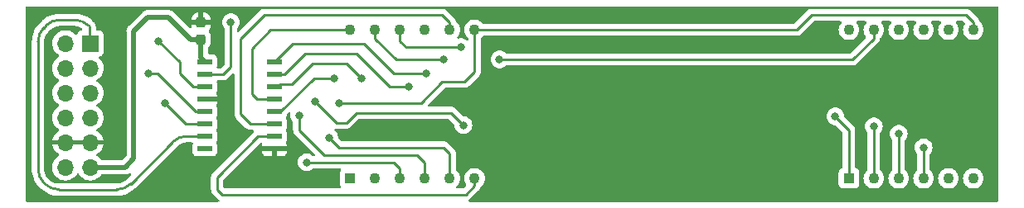
<source format=gbr>
%TF.GenerationSoftware,KiCad,Pcbnew,7.0.2*%
%TF.CreationDate,2023-08-10T02:19:42+09:00*%
%TF.ProjectId,Pmod_7LED_8digit,506d6f64-5f37-44c4-9544-5f3864696769,rev?*%
%TF.SameCoordinates,Original*%
%TF.FileFunction,Copper,L2,Bot*%
%TF.FilePolarity,Positive*%
%FSLAX46Y46*%
G04 Gerber Fmt 4.6, Leading zero omitted, Abs format (unit mm)*
G04 Created by KiCad (PCBNEW 7.0.2) date 2023-08-10 02:19:42*
%MOMM*%
%LPD*%
G01*
G04 APERTURE LIST*
G04 Aperture macros list*
%AMRoundRect*
0 Rectangle with rounded corners*
0 $1 Rounding radius*
0 $2 $3 $4 $5 $6 $7 $8 $9 X,Y pos of 4 corners*
0 Add a 4 corners polygon primitive as box body*
4,1,4,$2,$3,$4,$5,$6,$7,$8,$9,$2,$3,0*
0 Add four circle primitives for the rounded corners*
1,1,$1+$1,$2,$3*
1,1,$1+$1,$4,$5*
1,1,$1+$1,$6,$7*
1,1,$1+$1,$8,$9*
0 Add four rect primitives between the rounded corners*
20,1,$1+$1,$2,$3,$4,$5,0*
20,1,$1+$1,$4,$5,$6,$7,0*
20,1,$1+$1,$6,$7,$8,$9,0*
20,1,$1+$1,$8,$9,$2,$3,0*%
G04 Aperture macros list end*
%TA.AperFunction,ComponentPad*%
%ADD10R,1.100000X1.100000*%
%TD*%
%TA.AperFunction,ComponentPad*%
%ADD11C,1.100000*%
%TD*%
%TA.AperFunction,ComponentPad*%
%ADD12R,1.700000X1.700000*%
%TD*%
%TA.AperFunction,ComponentPad*%
%ADD13O,1.700000X1.700000*%
%TD*%
%TA.AperFunction,SMDPad,CuDef*%
%ADD14R,1.500000X0.600000*%
%TD*%
%TA.AperFunction,SMDPad,CuDef*%
%ADD15RoundRect,0.237500X-0.237500X0.300000X-0.237500X-0.300000X0.237500X-0.300000X0.237500X0.300000X0*%
%TD*%
%TA.AperFunction,ViaPad*%
%ADD16C,0.800000*%
%TD*%
%TA.AperFunction,ViaPad*%
%ADD17C,1.000000*%
%TD*%
%TA.AperFunction,Conductor*%
%ADD18C,0.500000*%
%TD*%
%TA.AperFunction,Conductor*%
%ADD19C,0.250000*%
%TD*%
G04 APERTURE END LIST*
D10*
%TO.P,DS2,1,ANODE_E_DIG_1234*%
%TO.N,Net-(DS1-ANODE_E_DIG_1234)*%
X83185000Y-82169000D03*
D11*
%TO.P,DS2,2,ANODE_D_DIG_1234*%
%TO.N,Net-(DS1-ANODE_D_DIG_1234)*%
X85725000Y-82169000D03*
%TO.P,DS2,3,ANODE_DP_DIG_1234*%
%TO.N,Net-(DS1-ANODE_DP_DIG_1234)*%
X88265000Y-82169000D03*
%TO.P,DS2,4,ANODE_C_DIG_1234*%
%TO.N,Net-(DS1-ANODE_C_DIG_1234)*%
X90805000Y-82169000D03*
%TO.P,DS2,5,ANODE_G_DIG_1234*%
%TO.N,Net-(DS1-ANODE_G_DIG_1234)*%
X93345000Y-82169000D03*
%TO.P,DS2,6,COMMON_CATHODE_DIG_4*%
%TO.N,Net-(DS2-COMMON_CATHODE_DIG_4)*%
X95885000Y-82169000D03*
%TO.P,DS2,7,ANODE_B_DIG_1234*%
%TO.N,Net-(DS1-ANODE_B_DIG_1234)*%
X95885000Y-66929000D03*
%TO.P,DS2,8,COMMON_CATHODE_DIG_3*%
%TO.N,Net-(DS2-COMMON_CATHODE_DIG_3)*%
X93345000Y-66929000D03*
%TO.P,DS2,9,COMMON_CATHODE_DIG_2*%
%TO.N,Net-(DS2-COMMON_CATHODE_DIG_2)*%
X90805000Y-66929000D03*
%TO.P,DS2,10,ANODE_F_DIG_1234*%
%TO.N,Net-(DS1-ANODE_F_DIG_1234)*%
X88265000Y-66929000D03*
%TO.P,DS2,11,ANODE_A_DIG_1234*%
%TO.N,Net-(DS1-ANODE_A_DIG_1234)*%
X85725000Y-66929000D03*
%TO.P,DS2,12,COMMON_CATHODE_DIG_1*%
%TO.N,Net-(DS2-COMMON_CATHODE_DIG_1)*%
X83185000Y-66929000D03*
%TD*%
D12*
%TO.P,J1,1,Pin_1*%
%TO.N,Net-(J1-Pin_1)*%
X56642000Y-68326000D03*
D13*
%TO.P,J1,2,Pin_2*%
%TO.N,Net-(J1-Pin_2)*%
X56642000Y-70866000D03*
%TO.P,J1,3,Pin_3*%
%TO.N,Net-(J1-Pin_3)*%
X56642000Y-73406000D03*
%TO.P,J1,4,Pin_4*%
%TO.N,Net-(J1-Pin_4)*%
X56642000Y-75946000D03*
%TO.P,J1,5,Pin_5*%
%TO.N,GND*%
X56642000Y-78486000D03*
%TO.P,J1,6,Pin_6*%
%TO.N,VCC*%
X56642000Y-81026000D03*
%TO.P,J1,7,Pin_7*%
%TO.N,unconnected-(J1-Pin_7-Pad7)*%
X54102000Y-68326000D03*
%TO.P,J1,8,Pin_8*%
%TO.N,unconnected-(J1-Pin_8-Pad8)*%
X54102000Y-70866000D03*
%TO.P,J1,9,Pin_9*%
%TO.N,unconnected-(J1-Pin_9-Pad9)*%
X54102000Y-73406000D03*
%TO.P,J1,10,Pin_10*%
%TO.N,unconnected-(J1-Pin_10-Pad10)*%
X54102000Y-75946000D03*
%TO.P,J1,11,Pin_11*%
%TO.N,GND*%
X54102000Y-78486000D03*
%TO.P,J1,12,Pin_12*%
%TO.N,VCC*%
X54102000Y-81026000D03*
%TD*%
D10*
%TO.P,DS1,1,ANODE_E_DIG_1234*%
%TO.N,Net-(DS1-ANODE_E_DIG_1234)*%
X134112000Y-82169000D03*
D11*
%TO.P,DS1,2,ANODE_D_DIG_1234*%
%TO.N,Net-(DS1-ANODE_D_DIG_1234)*%
X136652000Y-82169000D03*
%TO.P,DS1,3,ANODE_DP_DIG_1234*%
%TO.N,Net-(DS1-ANODE_DP_DIG_1234)*%
X139192000Y-82169000D03*
%TO.P,DS1,4,ANODE_C_DIG_1234*%
%TO.N,Net-(DS1-ANODE_C_DIG_1234)*%
X141732000Y-82169000D03*
%TO.P,DS1,5,ANODE_G_DIG_1234*%
%TO.N,Net-(DS1-ANODE_G_DIG_1234)*%
X144272000Y-82169000D03*
%TO.P,DS1,6,COMMON_CATHODE_DIG_4*%
%TO.N,Net-(DS1-COMMON_CATHODE_DIG_4)*%
X146812000Y-82169000D03*
%TO.P,DS1,7,ANODE_B_DIG_1234*%
%TO.N,Net-(DS1-ANODE_B_DIG_1234)*%
X146812000Y-66929000D03*
%TO.P,DS1,8,COMMON_CATHODE_DIG_3*%
%TO.N,Net-(DS1-COMMON_CATHODE_DIG_3)*%
X144272000Y-66929000D03*
%TO.P,DS1,9,COMMON_CATHODE_DIG_2*%
%TO.N,Net-(DS1-COMMON_CATHODE_DIG_2)*%
X141732000Y-66929000D03*
%TO.P,DS1,10,ANODE_F_DIG_1234*%
%TO.N,Net-(DS1-ANODE_F_DIG_1234)*%
X139192000Y-66929000D03*
%TO.P,DS1,11,ANODE_A_DIG_1234*%
%TO.N,Net-(DS1-ANODE_A_DIG_1234)*%
X136652000Y-66929000D03*
%TO.P,DS1,12,COMMON_CATHODE_DIG_1*%
%TO.N,Net-(DS1-COMMON_CATHODE_DIG_1)*%
X134112000Y-66929000D03*
%TD*%
D14*
%TO.P,U2,1,QB*%
%TO.N,Net-(DS1-COMMON_CATHODE_DIG_2)*%
X75432000Y-70231000D03*
%TO.P,U2,2,QC*%
%TO.N,Net-(DS1-COMMON_CATHODE_DIG_3)*%
X75432000Y-71501000D03*
%TO.P,U2,3,QD*%
%TO.N,Net-(DS1-COMMON_CATHODE_DIG_4)*%
X75432000Y-72771000D03*
%TO.P,U2,4,QE*%
%TO.N,Net-(DS2-COMMON_CATHODE_DIG_1)*%
X75432000Y-74041000D03*
%TO.P,U2,5,QF*%
%TO.N,Net-(DS2-COMMON_CATHODE_DIG_2)*%
X75432000Y-75311000D03*
%TO.P,U2,6,QG*%
%TO.N,Net-(DS2-COMMON_CATHODE_DIG_3)*%
X75432000Y-76581000D03*
%TO.P,U2,7,QH*%
%TO.N,Net-(DS2-COMMON_CATHODE_DIG_4)*%
X75432000Y-77851000D03*
%TO.P,U2,8,GND*%
%TO.N,GND*%
X75432000Y-79121000D03*
%TO.P,U2,9,QH'*%
%TO.N,unconnected-(U2-QH'-Pad9)*%
X68332000Y-79121000D03*
%TO.P,U2,10,~{SRCLR}*%
%TO.N,Net-(J1-Pin_1)*%
X68332000Y-77851000D03*
%TO.P,U2,11,SRCLK*%
%TO.N,Net-(J1-Pin_2)*%
X68332000Y-76581000D03*
%TO.P,U2,12,RCLK*%
%TO.N,Net-(J1-Pin_3)*%
X68332000Y-75311000D03*
%TO.P,U2,13,~{OE}*%
%TO.N,GND*%
X68332000Y-74041000D03*
%TO.P,U2,14,SER*%
%TO.N,Net-(U1-QH')*%
X68332000Y-72771000D03*
%TO.P,U2,15,QA*%
%TO.N,Net-(DS1-COMMON_CATHODE_DIG_1)*%
X68332000Y-71501000D03*
%TO.P,U2,16,VCC*%
%TO.N,VCC*%
X68332000Y-70231000D03*
%TD*%
D15*
%TO.P,C2,1*%
%TO.N,GND*%
X67945000Y-66193500D03*
%TO.P,C2,2*%
%TO.N,VCC*%
X67945000Y-67918500D03*
%TD*%
D16*
%TO.N,GND*%
X71374000Y-82296000D03*
D17*
X59182000Y-73152000D03*
D16*
X142748000Y-76200000D03*
X103251000Y-75057000D03*
X123444000Y-75057000D03*
X85344000Y-76708000D03*
X67818000Y-82042000D03*
X123444000Y-82042000D03*
X146304000Y-72263000D03*
X78232000Y-82296000D03*
X137541000Y-69977000D03*
X83566000Y-77470000D03*
X103251000Y-82042000D03*
X65786000Y-81788000D03*
%TO.N,Net-(DS1-ANODE_E_DIG_1234)*%
X132715000Y-75819000D03*
%TO.N,Net-(DS1-ANODE_D_DIG_1234)*%
X79629000Y-74295000D03*
X136652000Y-76835000D03*
X94742000Y-76708000D03*
%TO.N,Net-(DS1-ANODE_DP_DIG_1234)*%
X78740000Y-80518000D03*
X139192000Y-77597000D03*
%TO.N,Net-(DS1-ANODE_C_DIG_1234)*%
X77978000Y-75692000D03*
X141732000Y-78994000D03*
%TO.N,Net-(DS1-ANODE_G_DIG_1234)*%
X81026000Y-77978000D03*
%TO.N,Net-(DS1-COMMON_CATHODE_DIG_4)*%
X84328000Y-71882000D03*
%TO.N,Net-(DS1-ANODE_B_DIG_1234)*%
X82042000Y-74422000D03*
%TO.N,Net-(DS1-COMMON_CATHODE_DIG_3)*%
X89154000Y-72771000D03*
%TO.N,Net-(DS1-COMMON_CATHODE_DIG_2)*%
X90932000Y-71374000D03*
%TO.N,Net-(DS1-ANODE_F_DIG_1234)*%
X94488000Y-68707000D03*
%TO.N,Net-(DS1-ANODE_A_DIG_1234)*%
X98425000Y-69977000D03*
X92710000Y-69977000D03*
%TO.N,Net-(DS1-COMMON_CATHODE_DIG_1)*%
X70993000Y-66167000D03*
%TO.N,Net-(DS2-COMMON_CATHODE_DIG_2)*%
X81534000Y-71882000D03*
%TO.N,Net-(J1-Pin_2)*%
X64262000Y-74422000D03*
%TO.N,Net-(J1-Pin_3)*%
X62611000Y-71374000D03*
%TO.N,Net-(U1-QH')*%
X63627000Y-68072000D03*
%TD*%
D18*
%TO.N,VCC*%
X67945000Y-69844000D02*
X68332000Y-70231000D01*
X62484000Y-65659000D02*
X64643000Y-65659000D01*
X56577000Y-81026000D02*
X60198000Y-81026000D01*
X61087000Y-80137000D02*
X61087000Y-67056000D01*
X67945000Y-67918500D02*
X67945000Y-69844000D01*
X61087000Y-67056000D02*
X62484000Y-65659000D01*
X64643000Y-65659000D02*
X66902500Y-67918500D01*
X66902500Y-67918500D02*
X67945000Y-67918500D01*
X60198000Y-81026000D02*
X61087000Y-80137000D01*
D19*
%TO.N,Net-(DS1-ANODE_E_DIG_1234)*%
X132715000Y-75819000D02*
X134112000Y-77216000D01*
X134112000Y-77216000D02*
X134112000Y-82169000D01*
%TO.N,Net-(DS1-ANODE_D_DIG_1234)*%
X82804000Y-76454000D02*
X83820000Y-75438000D01*
X79629000Y-74295000D02*
X81788000Y-76454000D01*
X81788000Y-76454000D02*
X82804000Y-76454000D01*
X83820000Y-75438000D02*
X93472000Y-75438000D01*
X93472000Y-75438000D02*
X94742000Y-76708000D01*
X136652000Y-82169000D02*
X136652000Y-76835000D01*
%TO.N,Net-(DS1-ANODE_DP_DIG_1234)*%
X78740000Y-80518000D02*
X87630000Y-80518000D01*
X88265000Y-81153000D02*
X88265000Y-82169000D01*
X139192000Y-82169000D02*
X139192000Y-77597000D01*
X87630000Y-80518000D02*
X88265000Y-81153000D01*
%TO.N,Net-(DS1-ANODE_C_DIG_1234)*%
X80518000Y-79756000D02*
X90043000Y-79756000D01*
X141732000Y-82169000D02*
X141732000Y-78994000D01*
X90043000Y-79756000D02*
X90805000Y-80518000D01*
X90805000Y-80518000D02*
X90805000Y-82169000D01*
X77978000Y-75692000D02*
X77978000Y-77216000D01*
X77978000Y-77216000D02*
X80518000Y-79756000D01*
%TO.N,Net-(DS1-ANODE_G_DIG_1234)*%
X81026000Y-77978000D02*
X82042000Y-78994000D01*
X82042000Y-78994000D02*
X92710000Y-78994000D01*
X92710000Y-78994000D02*
X93345000Y-79629000D01*
X93345000Y-79629000D02*
X93345000Y-82169000D01*
%TO.N,Net-(DS1-COMMON_CATHODE_DIG_4)*%
X79375000Y-70358000D02*
X77216000Y-72517000D01*
X82804000Y-70358000D02*
X79375000Y-70358000D01*
X76073000Y-72517000D02*
X75819000Y-72771000D01*
X84328000Y-71882000D02*
X82804000Y-70358000D01*
X77216000Y-72517000D02*
X76073000Y-72517000D01*
X75819000Y-72771000D02*
X75432000Y-72771000D01*
%TO.N,Net-(DS1-ANODE_B_DIG_1234)*%
X146050000Y-65405000D02*
X130302000Y-65405000D01*
X130302000Y-65405000D02*
X128778000Y-66929000D01*
X90424000Y-74422000D02*
X92583000Y-72263000D01*
X146812000Y-66167000D02*
X146050000Y-65405000D01*
X95885000Y-71247000D02*
X95885000Y-66929000D01*
X146812000Y-66929000D02*
X146812000Y-66167000D01*
X128778000Y-66929000D02*
X95885000Y-66929000D01*
X92583000Y-72263000D02*
X94869000Y-72263000D01*
X82042000Y-74422000D02*
X90424000Y-74422000D01*
X94869000Y-72263000D02*
X95885000Y-71247000D01*
%TO.N,Net-(DS1-COMMON_CATHODE_DIG_3)*%
X83820000Y-69342000D02*
X78613000Y-69342000D01*
X89154000Y-72771000D02*
X87249000Y-72771000D01*
X87249000Y-72771000D02*
X83820000Y-69342000D01*
X78613000Y-69342000D02*
X76454000Y-71501000D01*
X76454000Y-71501000D02*
X75432000Y-71501000D01*
%TO.N,Net-(DS1-COMMON_CATHODE_DIG_2)*%
X77337000Y-68326000D02*
X75432000Y-70231000D01*
X84582000Y-68326000D02*
X77337000Y-68326000D01*
X87630000Y-71374000D02*
X84582000Y-68326000D01*
X90932000Y-71374000D02*
X87630000Y-71374000D01*
%TO.N,Net-(DS1-ANODE_F_DIG_1234)*%
X88900000Y-68707000D02*
X88265000Y-68072000D01*
X94488000Y-68707000D02*
X88900000Y-68707000D01*
X88265000Y-68072000D02*
X88265000Y-66929000D01*
%TO.N,Net-(DS1-ANODE_A_DIG_1234)*%
X85725000Y-67818000D02*
X85725000Y-66929000D01*
X92710000Y-69977000D02*
X87884000Y-69977000D01*
X134493000Y-69977000D02*
X136652000Y-67818000D01*
X98425000Y-69977000D02*
X134493000Y-69977000D01*
X136652000Y-67818000D02*
X136652000Y-66929000D01*
X87884000Y-69977000D02*
X85725000Y-67818000D01*
%TO.N,Net-(DS1-COMMON_CATHODE_DIG_1)*%
X70231000Y-71501000D02*
X68332000Y-71501000D01*
X70993000Y-66167000D02*
X70993000Y-70739000D01*
X70993000Y-70739000D02*
X70231000Y-71501000D01*
%TO.N,Net-(DS2-COMMON_CATHODE_DIG_4)*%
X94996000Y-83820000D02*
X95885000Y-82931000D01*
X69596000Y-83312000D02*
X70104000Y-83820000D01*
X73787000Y-77851000D02*
X69596000Y-82042000D01*
X69596000Y-82042000D02*
X69596000Y-83312000D01*
X75432000Y-77851000D02*
X73787000Y-77851000D01*
X70104000Y-83820000D02*
X94996000Y-83820000D01*
X95885000Y-82931000D02*
X95885000Y-82169000D01*
%TO.N,Net-(DS2-COMMON_CATHODE_DIG_3)*%
X72009000Y-75565000D02*
X73025000Y-76581000D01*
X92583000Y-65405000D02*
X74422000Y-65405000D01*
X93345000Y-66929000D02*
X93345000Y-66167000D01*
X74422000Y-65405000D02*
X72009000Y-67818000D01*
X93345000Y-66167000D02*
X92583000Y-65405000D01*
X72009000Y-67818000D02*
X72009000Y-75565000D01*
X73025000Y-76581000D02*
X75432000Y-76581000D01*
%TO.N,Net-(DS2-COMMON_CATHODE_DIG_2)*%
X76073000Y-75311000D02*
X75432000Y-75311000D01*
X79502000Y-71882000D02*
X76073000Y-75311000D01*
X81534000Y-71882000D02*
X79502000Y-71882000D01*
%TO.N,Net-(DS2-COMMON_CATHODE_DIG_1)*%
X73152000Y-73533000D02*
X73660000Y-74041000D01*
X83185000Y-66929000D02*
X75057000Y-66929000D01*
X75057000Y-66929000D02*
X73152000Y-68834000D01*
X73152000Y-68834000D02*
X73152000Y-73533000D01*
X73660000Y-74041000D02*
X75432000Y-74041000D01*
%TO.N,Net-(J1-Pin_1)*%
X52119213Y-66498787D02*
X51893786Y-66724214D01*
X55051573Y-65913000D02*
X53533427Y-65913000D01*
X56577000Y-66610000D02*
X56465786Y-66498786D01*
X66487427Y-77851000D02*
X68332000Y-77851000D01*
X60783787Y-82726213D02*
X65073214Y-78436786D01*
X53406427Y-83312000D02*
X59369573Y-83312000D01*
X51893787Y-82627787D02*
X51992214Y-82726214D01*
X51308000Y-68138427D02*
X51308000Y-81213573D01*
X56577000Y-68326000D02*
X56577000Y-66610000D01*
X59369573Y-83311980D02*
G75*
G03*
X60783786Y-82726212I27J1999980D01*
G01*
X51992200Y-82726228D02*
G75*
G03*
X53406427Y-83312000I1414200J1414228D01*
G01*
X66487427Y-77851020D02*
G75*
G03*
X65073215Y-78436787I-27J-1999980D01*
G01*
X51308020Y-81213573D02*
G75*
G03*
X51893788Y-82627786I1999980J-27D01*
G01*
X53533427Y-65913020D02*
G75*
G03*
X52119214Y-66498788I-27J-1999980D01*
G01*
X56465800Y-66498772D02*
G75*
G03*
X55051573Y-65913000I-1414200J-1414228D01*
G01*
X51893772Y-66724200D02*
G75*
G03*
X51308000Y-68138427I1414228J-1414200D01*
G01*
%TO.N,Net-(J1-Pin_2)*%
X68332000Y-76581000D02*
X66421000Y-76581000D01*
X66421000Y-76581000D02*
X64262000Y-74422000D01*
%TO.N,Net-(J1-Pin_3)*%
X63500000Y-71374000D02*
X67437000Y-75311000D01*
X62611000Y-71374000D02*
X63500000Y-71374000D01*
X67437000Y-75311000D02*
X68332000Y-75311000D01*
%TO.N,Net-(U1-QH')*%
X63627000Y-68072000D02*
X65786000Y-70231000D01*
X65786000Y-71374000D02*
X67183000Y-72771000D01*
X65786000Y-70231000D02*
X65786000Y-71374000D01*
X67183000Y-72771000D02*
X68332000Y-72771000D01*
%TD*%
%TA.AperFunction,Conductor*%
%TO.N,GND*%
G36*
X149295039Y-64535685D02*
G01*
X149340794Y-64588489D01*
X149352000Y-64640000D01*
X149352000Y-84458000D01*
X149332315Y-84525039D01*
X149279511Y-84570794D01*
X149228000Y-84582000D01*
X95392993Y-84582000D01*
X95325954Y-84562315D01*
X95280199Y-84509511D01*
X95270255Y-84440353D01*
X95299280Y-84376797D01*
X95320104Y-84357685D01*
X95335060Y-84346818D01*
X95344830Y-84340400D01*
X95382418Y-84318171D01*
X95382417Y-84318171D01*
X95382420Y-84318170D01*
X95396585Y-84304004D01*
X95411373Y-84291373D01*
X95427587Y-84279594D01*
X95455438Y-84245926D01*
X95463279Y-84237309D01*
X96268788Y-83431801D01*
X96284885Y-83418906D01*
X96286873Y-83416787D01*
X96286877Y-83416786D01*
X96332949Y-83367723D01*
X96335534Y-83365055D01*
X96355120Y-83345471D01*
X96357585Y-83342292D01*
X96365167Y-83333416D01*
X96377886Y-83319872D01*
X96395062Y-83301582D01*
X96404712Y-83284027D01*
X96415400Y-83267757D01*
X96427671Y-83251938D01*
X96427673Y-83251936D01*
X96445026Y-83211832D01*
X96450157Y-83201362D01*
X96471197Y-83163092D01*
X96476175Y-83143699D01*
X96482481Y-83125282D01*
X96487015Y-83114805D01*
X96490438Y-83106896D01*
X96496862Y-83066332D01*
X96526789Y-83003199D01*
X96540661Y-82989884D01*
X96631410Y-82915410D01*
X96762685Y-82755450D01*
X96860232Y-82572954D01*
X96920300Y-82374934D01*
X96940583Y-82169000D01*
X96920300Y-81963066D01*
X96860232Y-81765046D01*
X96762685Y-81582550D01*
X96686454Y-81489662D01*
X96631410Y-81422589D01*
X96520724Y-81331753D01*
X96471450Y-81291315D01*
X96288954Y-81193768D01*
X96188134Y-81163185D01*
X96090932Y-81133699D01*
X95885000Y-81113417D01*
X95679067Y-81133699D01*
X95481043Y-81193769D01*
X95298551Y-81291314D01*
X95138589Y-81422589D01*
X95007314Y-81582551D01*
X94909769Y-81765043D01*
X94849699Y-81963067D01*
X94829417Y-82169000D01*
X94849699Y-82374932D01*
X94909769Y-82572956D01*
X94915935Y-82584492D01*
X95007315Y-82755450D01*
X95012034Y-82761200D01*
X95039347Y-82825510D01*
X95027556Y-82894377D01*
X95003862Y-82927546D01*
X94773228Y-83158181D01*
X94711905Y-83191666D01*
X94685547Y-83194500D01*
X94097895Y-83194500D01*
X94030856Y-83174815D01*
X93985101Y-83122011D01*
X93975157Y-83052853D01*
X94004182Y-82989297D01*
X94019231Y-82974646D01*
X94091410Y-82915410D01*
X94146668Y-82848077D01*
X94222685Y-82755450D01*
X94320232Y-82572954D01*
X94380300Y-82374934D01*
X94400583Y-82169000D01*
X94380300Y-81963066D01*
X94320232Y-81765046D01*
X94222685Y-81582550D01*
X94091410Y-81422590D01*
X94091409Y-81422589D01*
X94015835Y-81360567D01*
X93976501Y-81302821D01*
X93970500Y-81264714D01*
X93970500Y-79711743D01*
X93972764Y-79691239D01*
X93970703Y-79625648D01*
X93970561Y-79621112D01*
X93970500Y-79617218D01*
X93970500Y-79593541D01*
X93970500Y-79589650D01*
X93969998Y-79585683D01*
X93969081Y-79574027D01*
X93967710Y-79530373D01*
X93962118Y-79511126D01*
X93958174Y-79492085D01*
X93955664Y-79472208D01*
X93939579Y-79431583D01*
X93935808Y-79420568D01*
X93923618Y-79378610D01*
X93913414Y-79361355D01*
X93904861Y-79343895D01*
X93897486Y-79325269D01*
X93897486Y-79325268D01*
X93871808Y-79289925D01*
X93865401Y-79280171D01*
X93843169Y-79242579D01*
X93829006Y-79228416D01*
X93816367Y-79213617D01*
X93804595Y-79197413D01*
X93770941Y-79169573D01*
X93762299Y-79161709D01*
X93210802Y-78610211D01*
X93197906Y-78594113D01*
X93146775Y-78546098D01*
X93143978Y-78543387D01*
X93127227Y-78526636D01*
X93124471Y-78523880D01*
X93121290Y-78521412D01*
X93112422Y-78513837D01*
X93080582Y-78483938D01*
X93063024Y-78474285D01*
X93046764Y-78463604D01*
X93030936Y-78451327D01*
X92990851Y-78433980D01*
X92980361Y-78428841D01*
X92942091Y-78407802D01*
X92922691Y-78402821D01*
X92904284Y-78396519D01*
X92885897Y-78388562D01*
X92842758Y-78381729D01*
X92831324Y-78379361D01*
X92789019Y-78368500D01*
X92768984Y-78368500D01*
X92749586Y-78366973D01*
X92742162Y-78365797D01*
X92729805Y-78363840D01*
X92729804Y-78363840D01*
X92696751Y-78366964D01*
X92686325Y-78367950D01*
X92674656Y-78368500D01*
X82352452Y-78368500D01*
X82285413Y-78348815D01*
X82264771Y-78332181D01*
X81964960Y-78032369D01*
X81931475Y-77971046D01*
X81929323Y-77957668D01*
X81911674Y-77789744D01*
X81881332Y-77696363D01*
X81853179Y-77609715D01*
X81758533Y-77445783D01*
X81631871Y-77305112D01*
X81630090Y-77303818D01*
X81626415Y-77299052D01*
X81623150Y-77295426D01*
X81623426Y-77295176D01*
X81587425Y-77248488D01*
X81581446Y-77178874D01*
X81614052Y-77117079D01*
X81674891Y-77082722D01*
X81702976Y-77079500D01*
X81708981Y-77079500D01*
X81729016Y-77079500D01*
X81748415Y-77081027D01*
X81768196Y-77084160D01*
X81811674Y-77080050D01*
X81823344Y-77079500D01*
X82721256Y-77079500D01*
X82741762Y-77081764D01*
X82744665Y-77081672D01*
X82744667Y-77081673D01*
X82811872Y-77079561D01*
X82815768Y-77079500D01*
X82839448Y-77079500D01*
X82843350Y-77079500D01*
X82847313Y-77078999D01*
X82858962Y-77078080D01*
X82902627Y-77076709D01*
X82921859Y-77071120D01*
X82940918Y-77067174D01*
X82947196Y-77066381D01*
X82960792Y-77064664D01*
X83001407Y-77048582D01*
X83012444Y-77044803D01*
X83054390Y-77032618D01*
X83071629Y-77022422D01*
X83089102Y-77013862D01*
X83090885Y-77013156D01*
X83107732Y-77006486D01*
X83143064Y-76980814D01*
X83152830Y-76974400D01*
X83154622Y-76973340D01*
X83190420Y-76952170D01*
X83204585Y-76938004D01*
X83219373Y-76925373D01*
X83235587Y-76913594D01*
X83263438Y-76879926D01*
X83271279Y-76871309D01*
X84042771Y-76099819D01*
X84104095Y-76066334D01*
X84130453Y-76063500D01*
X93161548Y-76063500D01*
X93228587Y-76083185D01*
X93249229Y-76099819D01*
X93803038Y-76653629D01*
X93836523Y-76714952D01*
X93838678Y-76728348D01*
X93856326Y-76896257D01*
X93914820Y-77076284D01*
X94009466Y-77240216D01*
X94136129Y-77380889D01*
X94289269Y-77492151D01*
X94462197Y-77569144D01*
X94647352Y-77608500D01*
X94647354Y-77608500D01*
X94836648Y-77608500D01*
X94960084Y-77582262D01*
X95021803Y-77569144D01*
X95194730Y-77492151D01*
X95230187Y-77466390D01*
X95347870Y-77380889D01*
X95421839Y-77298739D01*
X95474533Y-77240216D01*
X95569179Y-77076284D01*
X95627674Y-76896256D01*
X95647460Y-76708000D01*
X95627674Y-76519744D01*
X95585741Y-76390687D01*
X95569179Y-76339715D01*
X95474533Y-76175783D01*
X95347870Y-76035110D01*
X95194730Y-75923848D01*
X95021802Y-75846855D01*
X94890752Y-75819000D01*
X131809540Y-75819000D01*
X131829326Y-76007257D01*
X131887820Y-76187284D01*
X131982466Y-76351216D01*
X132109129Y-76491889D01*
X132262269Y-76603151D01*
X132435197Y-76680144D01*
X132620352Y-76719500D01*
X132620354Y-76719500D01*
X132679548Y-76719500D01*
X132746587Y-76739185D01*
X132767229Y-76755819D01*
X133450181Y-77438771D01*
X133483666Y-77500094D01*
X133486500Y-77526452D01*
X133486500Y-81026885D01*
X133466815Y-81093924D01*
X133414011Y-81139679D01*
X133405833Y-81143067D01*
X133319669Y-81175204D01*
X133204454Y-81261454D01*
X133118204Y-81376668D01*
X133067910Y-81511515D01*
X133067909Y-81511517D01*
X133061500Y-81571127D01*
X133061500Y-81574448D01*
X133061500Y-81574449D01*
X133061500Y-82763560D01*
X133061500Y-82763578D01*
X133061501Y-82766872D01*
X133067909Y-82826483D01*
X133118204Y-82961331D01*
X133204454Y-83076546D01*
X133319669Y-83162796D01*
X133454517Y-83213091D01*
X133514127Y-83219500D01*
X134709872Y-83219499D01*
X134769483Y-83213091D01*
X134904331Y-83162796D01*
X135019546Y-83076546D01*
X135105796Y-82961331D01*
X135156091Y-82826483D01*
X135162500Y-82766873D01*
X135162499Y-82169000D01*
X135596417Y-82169000D01*
X135616699Y-82374932D01*
X135676769Y-82572956D01*
X135682935Y-82584492D01*
X135774315Y-82755450D01*
X135825609Y-82817952D01*
X135905589Y-82915410D01*
X135970014Y-82968281D01*
X136065550Y-83046685D01*
X136248046Y-83144232D01*
X136446066Y-83204300D01*
X136652000Y-83224583D01*
X136857934Y-83204300D01*
X137055954Y-83144232D01*
X137238450Y-83046685D01*
X137398410Y-82915410D01*
X137529685Y-82755450D01*
X137627232Y-82572954D01*
X137687300Y-82374934D01*
X137707583Y-82169000D01*
X138136417Y-82169000D01*
X138156699Y-82374932D01*
X138216769Y-82572956D01*
X138222935Y-82584492D01*
X138314315Y-82755450D01*
X138365608Y-82817952D01*
X138445589Y-82915410D01*
X138510014Y-82968281D01*
X138605550Y-83046685D01*
X138788046Y-83144232D01*
X138986066Y-83204300D01*
X139192000Y-83224583D01*
X139397934Y-83204300D01*
X139595954Y-83144232D01*
X139778450Y-83046685D01*
X139938410Y-82915410D01*
X140069685Y-82755450D01*
X140167232Y-82572954D01*
X140227300Y-82374934D01*
X140247583Y-82169000D01*
X140247583Y-82168999D01*
X140676417Y-82168999D01*
X140696699Y-82374932D01*
X140756769Y-82572956D01*
X140762935Y-82584492D01*
X140854315Y-82755450D01*
X140905609Y-82817952D01*
X140985589Y-82915410D01*
X141050014Y-82968281D01*
X141145550Y-83046685D01*
X141328046Y-83144232D01*
X141526066Y-83204300D01*
X141732000Y-83224583D01*
X141937934Y-83204300D01*
X142135954Y-83144232D01*
X142318450Y-83046685D01*
X142478410Y-82915410D01*
X142609685Y-82755450D01*
X142707232Y-82572954D01*
X142767300Y-82374934D01*
X142787583Y-82169000D01*
X142787583Y-82168999D01*
X143216417Y-82168999D01*
X143236699Y-82374932D01*
X143296769Y-82572956D01*
X143302935Y-82584492D01*
X143394315Y-82755450D01*
X143445609Y-82817952D01*
X143525589Y-82915410D01*
X143590014Y-82968281D01*
X143685550Y-83046685D01*
X143868046Y-83144232D01*
X144066066Y-83204300D01*
X144272000Y-83224583D01*
X144477934Y-83204300D01*
X144675954Y-83144232D01*
X144858450Y-83046685D01*
X145018410Y-82915410D01*
X145149685Y-82755450D01*
X145247232Y-82572954D01*
X145307300Y-82374934D01*
X145327583Y-82169000D01*
X145327583Y-82168999D01*
X145756417Y-82168999D01*
X145776699Y-82374932D01*
X145836769Y-82572956D01*
X145842935Y-82584492D01*
X145934315Y-82755450D01*
X145985609Y-82817952D01*
X146065589Y-82915410D01*
X146130014Y-82968281D01*
X146225550Y-83046685D01*
X146408046Y-83144232D01*
X146606066Y-83204300D01*
X146812000Y-83224583D01*
X147017934Y-83204300D01*
X147215954Y-83144232D01*
X147398450Y-83046685D01*
X147558410Y-82915410D01*
X147689685Y-82755450D01*
X147787232Y-82572954D01*
X147847300Y-82374934D01*
X147867583Y-82169000D01*
X147847300Y-81963066D01*
X147787232Y-81765046D01*
X147689685Y-81582550D01*
X147613454Y-81489662D01*
X147558410Y-81422589D01*
X147447724Y-81331753D01*
X147398450Y-81291315D01*
X147215954Y-81193768D01*
X147115134Y-81163185D01*
X147017932Y-81133699D01*
X146812000Y-81113417D01*
X146606067Y-81133699D01*
X146408043Y-81193769D01*
X146225551Y-81291314D01*
X146065589Y-81422589D01*
X145934314Y-81582551D01*
X145836769Y-81765043D01*
X145776699Y-81963067D01*
X145756417Y-82168999D01*
X145327583Y-82168999D01*
X145307300Y-81963066D01*
X145247232Y-81765046D01*
X145149685Y-81582550D01*
X145073454Y-81489662D01*
X145018410Y-81422589D01*
X144907724Y-81331753D01*
X144858450Y-81291315D01*
X144675954Y-81193768D01*
X144575134Y-81163185D01*
X144477932Y-81133699D01*
X144272000Y-81113417D01*
X144066067Y-81133699D01*
X143868043Y-81193769D01*
X143685551Y-81291314D01*
X143525589Y-81422589D01*
X143394314Y-81582551D01*
X143296769Y-81765043D01*
X143236699Y-81963067D01*
X143216417Y-82168999D01*
X142787583Y-82168999D01*
X142767300Y-81963066D01*
X142707232Y-81765046D01*
X142609685Y-81582550D01*
X142478410Y-81422590D01*
X142478409Y-81422589D01*
X142402835Y-81360567D01*
X142363501Y-81302821D01*
X142357500Y-81264714D01*
X142357500Y-79692687D01*
X142377185Y-79625648D01*
X142389350Y-79609714D01*
X142464533Y-79526216D01*
X142465750Y-79524109D01*
X142559179Y-79362284D01*
X142598073Y-79242580D01*
X142617674Y-79182256D01*
X142637460Y-78994000D01*
X142617674Y-78805744D01*
X142581965Y-78695844D01*
X142559179Y-78625715D01*
X142464533Y-78461783D01*
X142337870Y-78321110D01*
X142184730Y-78209848D01*
X142011802Y-78132855D01*
X141826648Y-78093500D01*
X141826646Y-78093500D01*
X141637354Y-78093500D01*
X141637352Y-78093500D01*
X141452197Y-78132855D01*
X141279269Y-78209848D01*
X141126129Y-78321110D01*
X140999466Y-78461783D01*
X140904820Y-78625715D01*
X140846326Y-78805742D01*
X140826540Y-78994000D01*
X140846326Y-79182257D01*
X140904820Y-79362284D01*
X140999464Y-79526213D01*
X140999467Y-79526216D01*
X141060087Y-79593541D01*
X141074650Y-79609714D01*
X141104880Y-79672706D01*
X141106500Y-79692687D01*
X141106500Y-81264714D01*
X141086815Y-81331753D01*
X141061165Y-81360567D01*
X140985590Y-81422589D01*
X140854314Y-81582551D01*
X140756769Y-81765043D01*
X140696699Y-81963067D01*
X140676417Y-82168999D01*
X140247583Y-82168999D01*
X140227300Y-81963066D01*
X140167232Y-81765046D01*
X140069685Y-81582550D01*
X139938410Y-81422590D01*
X139938409Y-81422589D01*
X139862835Y-81360567D01*
X139823501Y-81302821D01*
X139817500Y-81264714D01*
X139817500Y-78295687D01*
X139837185Y-78228648D01*
X139849350Y-78212714D01*
X139864805Y-78195550D01*
X139924533Y-78129216D01*
X140019179Y-77965284D01*
X140077674Y-77785256D01*
X140097460Y-77597000D01*
X140077674Y-77408744D01*
X140038294Y-77287546D01*
X140019179Y-77228715D01*
X139924533Y-77064783D01*
X139797870Y-76924110D01*
X139644730Y-76812848D01*
X139471802Y-76735855D01*
X139286648Y-76696500D01*
X139286646Y-76696500D01*
X139097354Y-76696500D01*
X139097352Y-76696500D01*
X138912197Y-76735855D01*
X138739269Y-76812848D01*
X138586129Y-76924110D01*
X138459466Y-77064783D01*
X138364820Y-77228715D01*
X138306326Y-77408742D01*
X138286540Y-77597000D01*
X138306326Y-77785257D01*
X138364820Y-77965284D01*
X138459464Y-78129213D01*
X138482865Y-78155202D01*
X138504489Y-78179218D01*
X138534650Y-78212714D01*
X138564880Y-78275706D01*
X138566500Y-78295687D01*
X138566500Y-81264714D01*
X138546815Y-81331753D01*
X138521165Y-81360567D01*
X138445590Y-81422589D01*
X138314314Y-81582551D01*
X138216769Y-81765043D01*
X138156699Y-81963067D01*
X138136417Y-82169000D01*
X137707583Y-82169000D01*
X137687300Y-81963066D01*
X137627232Y-81765046D01*
X137529685Y-81582550D01*
X137398410Y-81422590D01*
X137398409Y-81422589D01*
X137322835Y-81360567D01*
X137283501Y-81302821D01*
X137277500Y-81264714D01*
X137277500Y-77533687D01*
X137297185Y-77466648D01*
X137309350Y-77450714D01*
X137313790Y-77445783D01*
X137384533Y-77367216D01*
X137395543Y-77348147D01*
X137479179Y-77203284D01*
X137499193Y-77141687D01*
X137537674Y-77023256D01*
X137557460Y-76835000D01*
X137537674Y-76646744D01*
X137479179Y-76466716D01*
X137479179Y-76466715D01*
X137384533Y-76302783D01*
X137257870Y-76162110D01*
X137104730Y-76050848D01*
X136931802Y-75973855D01*
X136746648Y-75934500D01*
X136746646Y-75934500D01*
X136557354Y-75934500D01*
X136557352Y-75934500D01*
X136372197Y-75973855D01*
X136199269Y-76050848D01*
X136046129Y-76162110D01*
X135919466Y-76302783D01*
X135824820Y-76466715D01*
X135766326Y-76646742D01*
X135759888Y-76708000D01*
X135746540Y-76835000D01*
X135752132Y-76888205D01*
X135766326Y-77023257D01*
X135824820Y-77203284D01*
X135919464Y-77367213D01*
X135925480Y-77373894D01*
X135988169Y-77443517D01*
X135994650Y-77450714D01*
X136024880Y-77513706D01*
X136026500Y-77533687D01*
X136026500Y-81264714D01*
X136006815Y-81331753D01*
X135981165Y-81360567D01*
X135905590Y-81422589D01*
X135774314Y-81582551D01*
X135676769Y-81765043D01*
X135616699Y-81963067D01*
X135596417Y-82169000D01*
X135162499Y-82169000D01*
X135162499Y-81571128D01*
X135156091Y-81511517D01*
X135105796Y-81376669D01*
X135019546Y-81261454D01*
X134904331Y-81175204D01*
X134818166Y-81143066D01*
X134762233Y-81101196D01*
X134737816Y-81035731D01*
X134737500Y-81026885D01*
X134737500Y-77298739D01*
X134739763Y-77278238D01*
X134739169Y-77259343D01*
X134737561Y-77208144D01*
X134737500Y-77204250D01*
X134737500Y-77180544D01*
X134737500Y-77176650D01*
X134736998Y-77172681D01*
X134736080Y-77161024D01*
X134734709Y-77117373D01*
X134729120Y-77098137D01*
X134725176Y-77079093D01*
X134722664Y-77059208D01*
X134706582Y-77018591D01*
X134702798Y-77007540D01*
X134702492Y-77006486D01*
X134690617Y-76965610D01*
X134682669Y-76952170D01*
X134680421Y-76948369D01*
X134671863Y-76930902D01*
X134664486Y-76912268D01*
X134638798Y-76876912D01*
X134632409Y-76867184D01*
X134610170Y-76829579D01*
X134596006Y-76815415D01*
X134583369Y-76800620D01*
X134571595Y-76784414D01*
X134571594Y-76784413D01*
X134537935Y-76756568D01*
X134529305Y-76748714D01*
X133653960Y-75873369D01*
X133620475Y-75812046D01*
X133618323Y-75798668D01*
X133600674Y-75630744D01*
X133555163Y-75490675D01*
X133542179Y-75450715D01*
X133447533Y-75286783D01*
X133320870Y-75146110D01*
X133167730Y-75034848D01*
X132994802Y-74957855D01*
X132809648Y-74918500D01*
X132809646Y-74918500D01*
X132620354Y-74918500D01*
X132620352Y-74918500D01*
X132435197Y-74957855D01*
X132262269Y-75034848D01*
X132109129Y-75146110D01*
X131982466Y-75286783D01*
X131887820Y-75450715D01*
X131829326Y-75630742D01*
X131809540Y-75819000D01*
X94890752Y-75819000D01*
X94836648Y-75807500D01*
X94836646Y-75807500D01*
X94777453Y-75807500D01*
X94710414Y-75787815D01*
X94689772Y-75771181D01*
X93972802Y-75054211D01*
X93959906Y-75038113D01*
X93908775Y-74990098D01*
X93905978Y-74987387D01*
X93889227Y-74970636D01*
X93886471Y-74967880D01*
X93883290Y-74965412D01*
X93874422Y-74957837D01*
X93842582Y-74927938D01*
X93825024Y-74918285D01*
X93808764Y-74907604D01*
X93792936Y-74895327D01*
X93752851Y-74877980D01*
X93742361Y-74872841D01*
X93704091Y-74851802D01*
X93684691Y-74846821D01*
X93666284Y-74840519D01*
X93647897Y-74832562D01*
X93604758Y-74825729D01*
X93593324Y-74823361D01*
X93551019Y-74812500D01*
X93530984Y-74812500D01*
X93511586Y-74810973D01*
X93497935Y-74808811D01*
X93491805Y-74807840D01*
X93491804Y-74807840D01*
X93458751Y-74810964D01*
X93448325Y-74811950D01*
X93436656Y-74812500D01*
X91217452Y-74812500D01*
X91150413Y-74792815D01*
X91104658Y-74740011D01*
X91094714Y-74670853D01*
X91123739Y-74607297D01*
X91129771Y-74600819D01*
X91882630Y-73847961D01*
X92805771Y-72924819D01*
X92867095Y-72891334D01*
X92893453Y-72888500D01*
X94786256Y-72888500D01*
X94806762Y-72890764D01*
X94809665Y-72890672D01*
X94809667Y-72890673D01*
X94876872Y-72888561D01*
X94880768Y-72888500D01*
X94904448Y-72888500D01*
X94908350Y-72888500D01*
X94912313Y-72887999D01*
X94923962Y-72887080D01*
X94967627Y-72885709D01*
X94986859Y-72880120D01*
X95005918Y-72876174D01*
X95012196Y-72875381D01*
X95025792Y-72873664D01*
X95066407Y-72857582D01*
X95077444Y-72853803D01*
X95119390Y-72841618D01*
X95136629Y-72831422D01*
X95154102Y-72822862D01*
X95172732Y-72815486D01*
X95208064Y-72789814D01*
X95217830Y-72783400D01*
X95255418Y-72761171D01*
X95255417Y-72761171D01*
X95255420Y-72761170D01*
X95269585Y-72747004D01*
X95284373Y-72734373D01*
X95300587Y-72722594D01*
X95328438Y-72688926D01*
X95336279Y-72680309D01*
X96268788Y-71747801D01*
X96284885Y-71734906D01*
X96286873Y-71732787D01*
X96286877Y-71732786D01*
X96332949Y-71683723D01*
X96335534Y-71681055D01*
X96355120Y-71661471D01*
X96357585Y-71658292D01*
X96365167Y-71649416D01*
X96395062Y-71617582D01*
X96404712Y-71600027D01*
X96415400Y-71583757D01*
X96416413Y-71582451D01*
X96427673Y-71567936D01*
X96445026Y-71527832D01*
X96450157Y-71517362D01*
X96471197Y-71479092D01*
X96476175Y-71459699D01*
X96482481Y-71441282D01*
X96484018Y-71437728D01*
X96490438Y-71422896D01*
X96497272Y-71379745D01*
X96499635Y-71368331D01*
X96510500Y-71326019D01*
X96510500Y-71305982D01*
X96512027Y-71286584D01*
X96515160Y-71266804D01*
X96511050Y-71223324D01*
X96510500Y-71211655D01*
X96510500Y-69533545D01*
X96510500Y-67833281D01*
X96530184Y-67766246D01*
X96555831Y-67737434D01*
X96631410Y-67675410D01*
X96693432Y-67599835D01*
X96751179Y-67560501D01*
X96789286Y-67554500D01*
X128695256Y-67554500D01*
X128715762Y-67556764D01*
X128718665Y-67556672D01*
X128718667Y-67556673D01*
X128785872Y-67554561D01*
X128789768Y-67554500D01*
X128813448Y-67554500D01*
X128817350Y-67554500D01*
X128821313Y-67553999D01*
X128832962Y-67553080D01*
X128876627Y-67551709D01*
X128895859Y-67546120D01*
X128914918Y-67542174D01*
X128921196Y-67541381D01*
X128934792Y-67539664D01*
X128975407Y-67523582D01*
X128986444Y-67519803D01*
X129028390Y-67507618D01*
X129045629Y-67497422D01*
X129063102Y-67488862D01*
X129081732Y-67481486D01*
X129117064Y-67455814D01*
X129126830Y-67449400D01*
X129162800Y-67428128D01*
X129164420Y-67427170D01*
X129178585Y-67413004D01*
X129193373Y-67400373D01*
X129209587Y-67388594D01*
X129237438Y-67354926D01*
X129245279Y-67346309D01*
X130524771Y-66066819D01*
X130586095Y-66033334D01*
X130612453Y-66030500D01*
X133228231Y-66030500D01*
X133295270Y-66050185D01*
X133341025Y-66102989D01*
X133350969Y-66172147D01*
X133324085Y-66233164D01*
X133234314Y-66342551D01*
X133136769Y-66525043D01*
X133076699Y-66723067D01*
X133056417Y-66929000D01*
X133076699Y-67134932D01*
X133086277Y-67166505D01*
X133136768Y-67332954D01*
X133234315Y-67515450D01*
X133268688Y-67557334D01*
X133365589Y-67675410D01*
X133426429Y-67725339D01*
X133525550Y-67806685D01*
X133708046Y-67904232D01*
X133906066Y-67964300D01*
X134112000Y-67984583D01*
X134317934Y-67964300D01*
X134515954Y-67904232D01*
X134698450Y-67806685D01*
X134858410Y-67675410D01*
X134989685Y-67515450D01*
X135087232Y-67332954D01*
X135147300Y-67134934D01*
X135167583Y-66929000D01*
X135147300Y-66723066D01*
X135087232Y-66525046D01*
X134989685Y-66342550D01*
X134910138Y-66245621D01*
X134899915Y-66233164D01*
X134872603Y-66168854D01*
X134884394Y-66099987D01*
X134931547Y-66048427D01*
X134995769Y-66030500D01*
X135768231Y-66030500D01*
X135835270Y-66050185D01*
X135881025Y-66102989D01*
X135890969Y-66172147D01*
X135864085Y-66233164D01*
X135774314Y-66342551D01*
X135676769Y-66525043D01*
X135616699Y-66723067D01*
X135596417Y-66929000D01*
X135616699Y-67134932D01*
X135626277Y-67166505D01*
X135676768Y-67332954D01*
X135774315Y-67515450D01*
X135794285Y-67539784D01*
X135836280Y-67590956D01*
X135863592Y-67655266D01*
X135851800Y-67724134D01*
X135828107Y-67757301D01*
X134270228Y-69315181D01*
X134208905Y-69348666D01*
X134182547Y-69351500D01*
X99128747Y-69351500D01*
X99061708Y-69331815D01*
X99036599Y-69310473D01*
X99030871Y-69304112D01*
X98877730Y-69192849D01*
X98877729Y-69192848D01*
X98877727Y-69192847D01*
X98704802Y-69115855D01*
X98519648Y-69076500D01*
X98519646Y-69076500D01*
X98330354Y-69076500D01*
X98330352Y-69076500D01*
X98145197Y-69115855D01*
X97972269Y-69192848D01*
X97819129Y-69304110D01*
X97692466Y-69444783D01*
X97597820Y-69608715D01*
X97539326Y-69788742D01*
X97520538Y-69967500D01*
X97519540Y-69977000D01*
X97521390Y-69994598D01*
X97539326Y-70165257D01*
X97597820Y-70345284D01*
X97692466Y-70509216D01*
X97819129Y-70649889D01*
X97972269Y-70761151D01*
X98145197Y-70838144D01*
X98330352Y-70877500D01*
X98330354Y-70877500D01*
X98519648Y-70877500D01*
X98650977Y-70849585D01*
X98704803Y-70838144D01*
X98877730Y-70761151D01*
X99030871Y-70649888D01*
X99036598Y-70643527D01*
X99096084Y-70606879D01*
X99128747Y-70602500D01*
X134410256Y-70602500D01*
X134430762Y-70604764D01*
X134433665Y-70604672D01*
X134433667Y-70604673D01*
X134500872Y-70602561D01*
X134504768Y-70602500D01*
X134528448Y-70602500D01*
X134532350Y-70602500D01*
X134536313Y-70601999D01*
X134547962Y-70601080D01*
X134591627Y-70599709D01*
X134610859Y-70594120D01*
X134629918Y-70590174D01*
X134636196Y-70589381D01*
X134649792Y-70587664D01*
X134690407Y-70571582D01*
X134701444Y-70567803D01*
X134743390Y-70555618D01*
X134760629Y-70545422D01*
X134778102Y-70536862D01*
X134796732Y-70529486D01*
X134832064Y-70503814D01*
X134841830Y-70497400D01*
X134854191Y-70490090D01*
X134879420Y-70475170D01*
X134893585Y-70461004D01*
X134908373Y-70448373D01*
X134924587Y-70436594D01*
X134952438Y-70402926D01*
X134960279Y-70394309D01*
X137035789Y-68318800D01*
X137051885Y-68305906D01*
X137053873Y-68303787D01*
X137053877Y-68303786D01*
X137099949Y-68254723D01*
X137102534Y-68252055D01*
X137122120Y-68232471D01*
X137124585Y-68229292D01*
X137132167Y-68220416D01*
X137137843Y-68214372D01*
X137162062Y-68188582D01*
X137171717Y-68171018D01*
X137182394Y-68154764D01*
X137194673Y-68138936D01*
X137212018Y-68098852D01*
X137217160Y-68088356D01*
X137220757Y-68081814D01*
X137238197Y-68050092D01*
X137243179Y-68030684D01*
X137249481Y-68012280D01*
X137257437Y-67993896D01*
X137264269Y-67950752D01*
X137266633Y-67939338D01*
X137277500Y-67897019D01*
X137277500Y-67876983D01*
X137279027Y-67857584D01*
X137284611Y-67822331D01*
X137286121Y-67822570D01*
X137295779Y-67772716D01*
X137327275Y-67733787D01*
X137398410Y-67675410D01*
X137529685Y-67515450D01*
X137627232Y-67332954D01*
X137687300Y-67134934D01*
X137707583Y-66929000D01*
X137687300Y-66723066D01*
X137627232Y-66525046D01*
X137529685Y-66342550D01*
X137450138Y-66245621D01*
X137439915Y-66233164D01*
X137412603Y-66168854D01*
X137424394Y-66099987D01*
X137471547Y-66048427D01*
X137535769Y-66030500D01*
X138308231Y-66030500D01*
X138375270Y-66050185D01*
X138421025Y-66102989D01*
X138430969Y-66172147D01*
X138404085Y-66233164D01*
X138314314Y-66342551D01*
X138216769Y-66525043D01*
X138156699Y-66723067D01*
X138136417Y-66929000D01*
X138156699Y-67134932D01*
X138166277Y-67166505D01*
X138216768Y-67332954D01*
X138314315Y-67515450D01*
X138348688Y-67557334D01*
X138445589Y-67675410D01*
X138506429Y-67725339D01*
X138605550Y-67806685D01*
X138788046Y-67904232D01*
X138986066Y-67964300D01*
X139192000Y-67984583D01*
X139397934Y-67964300D01*
X139595954Y-67904232D01*
X139778450Y-67806685D01*
X139938410Y-67675410D01*
X140069685Y-67515450D01*
X140167232Y-67332954D01*
X140227300Y-67134934D01*
X140247583Y-66929000D01*
X140227300Y-66723066D01*
X140167232Y-66525046D01*
X140069685Y-66342550D01*
X139990138Y-66245621D01*
X139979915Y-66233164D01*
X139952603Y-66168854D01*
X139964394Y-66099987D01*
X140011547Y-66048427D01*
X140075769Y-66030500D01*
X140848231Y-66030500D01*
X140915270Y-66050185D01*
X140961025Y-66102989D01*
X140970969Y-66172147D01*
X140944085Y-66233164D01*
X140854314Y-66342551D01*
X140756769Y-66525043D01*
X140696699Y-66723067D01*
X140676417Y-66929000D01*
X140696699Y-67134932D01*
X140706277Y-67166505D01*
X140756768Y-67332954D01*
X140854315Y-67515450D01*
X140888688Y-67557334D01*
X140985589Y-67675410D01*
X141046429Y-67725339D01*
X141145550Y-67806685D01*
X141328046Y-67904232D01*
X141526066Y-67964300D01*
X141732000Y-67984583D01*
X141937934Y-67964300D01*
X142135954Y-67904232D01*
X142318450Y-67806685D01*
X142478410Y-67675410D01*
X142609685Y-67515450D01*
X142707232Y-67332954D01*
X142767300Y-67134934D01*
X142787583Y-66929000D01*
X142767300Y-66723066D01*
X142707232Y-66525046D01*
X142609685Y-66342550D01*
X142530138Y-66245621D01*
X142519915Y-66233164D01*
X142492603Y-66168854D01*
X142504394Y-66099987D01*
X142551547Y-66048427D01*
X142615769Y-66030500D01*
X143388231Y-66030500D01*
X143455270Y-66050185D01*
X143501025Y-66102989D01*
X143510969Y-66172147D01*
X143484085Y-66233164D01*
X143394314Y-66342551D01*
X143296769Y-66525043D01*
X143236699Y-66723067D01*
X143216417Y-66929000D01*
X143236699Y-67134932D01*
X143246277Y-67166505D01*
X143296768Y-67332954D01*
X143394315Y-67515450D01*
X143428688Y-67557334D01*
X143525589Y-67675410D01*
X143586429Y-67725339D01*
X143685550Y-67806685D01*
X143868046Y-67904232D01*
X144066066Y-67964300D01*
X144272000Y-67984583D01*
X144477934Y-67964300D01*
X144675954Y-67904232D01*
X144858450Y-67806685D01*
X145018410Y-67675410D01*
X145149685Y-67515450D01*
X145247232Y-67332954D01*
X145307300Y-67134934D01*
X145327583Y-66929000D01*
X145307300Y-66723066D01*
X145247232Y-66525046D01*
X145149685Y-66342550D01*
X145070138Y-66245621D01*
X145059915Y-66233164D01*
X145032603Y-66168854D01*
X145044394Y-66099987D01*
X145091547Y-66048427D01*
X145155769Y-66030500D01*
X145739548Y-66030500D01*
X145806587Y-66050185D01*
X145827229Y-66066819D01*
X145930862Y-66170452D01*
X145964347Y-66231775D01*
X145959363Y-66301467D01*
X145939039Y-66336792D01*
X145934315Y-66342547D01*
X145836769Y-66525043D01*
X145776699Y-66723067D01*
X145756417Y-66929000D01*
X145776699Y-67134932D01*
X145786277Y-67166505D01*
X145836768Y-67332954D01*
X145934315Y-67515450D01*
X145968688Y-67557334D01*
X146065589Y-67675410D01*
X146126429Y-67725339D01*
X146225550Y-67806685D01*
X146408046Y-67904232D01*
X146606066Y-67964300D01*
X146812000Y-67984583D01*
X147017934Y-67964300D01*
X147215954Y-67904232D01*
X147398450Y-67806685D01*
X147558410Y-67675410D01*
X147689685Y-67515450D01*
X147787232Y-67332954D01*
X147847300Y-67134934D01*
X147867583Y-66929000D01*
X147847300Y-66723066D01*
X147787232Y-66525046D01*
X147689685Y-66342550D01*
X147558410Y-66182590D01*
X147539413Y-66167000D01*
X147470194Y-66110193D01*
X147469425Y-66109562D01*
X147430092Y-66051818D01*
X147425070Y-66029258D01*
X147422664Y-66010208D01*
X147406579Y-65969583D01*
X147402808Y-65958568D01*
X147390618Y-65916610D01*
X147380414Y-65899355D01*
X147371861Y-65881895D01*
X147364486Y-65863269D01*
X147364486Y-65863268D01*
X147338808Y-65827925D01*
X147332401Y-65818171D01*
X147310170Y-65780580D01*
X147296006Y-65766416D01*
X147283367Y-65751617D01*
X147271595Y-65735413D01*
X147237941Y-65707573D01*
X147229299Y-65699709D01*
X146550802Y-65021211D01*
X146537906Y-65005113D01*
X146486775Y-64957098D01*
X146483978Y-64954387D01*
X146467227Y-64937636D01*
X146464471Y-64934880D01*
X146461290Y-64932412D01*
X146452422Y-64924837D01*
X146420582Y-64894938D01*
X146403024Y-64885285D01*
X146386764Y-64874604D01*
X146370936Y-64862327D01*
X146330851Y-64844980D01*
X146320361Y-64839841D01*
X146282091Y-64818802D01*
X146262691Y-64813821D01*
X146244284Y-64807519D01*
X146225897Y-64799562D01*
X146182758Y-64792729D01*
X146171324Y-64790361D01*
X146129019Y-64779500D01*
X146108984Y-64779500D01*
X146089586Y-64777973D01*
X146082162Y-64776797D01*
X146069805Y-64774840D01*
X146069804Y-64774840D01*
X146043484Y-64777328D01*
X146026325Y-64778950D01*
X146014656Y-64779500D01*
X130384740Y-64779500D01*
X130364236Y-64777236D01*
X130294144Y-64779439D01*
X130290250Y-64779500D01*
X130262650Y-64779500D01*
X130258789Y-64779987D01*
X130258778Y-64779988D01*
X130258645Y-64780005D01*
X130247029Y-64780918D01*
X130203368Y-64782290D01*
X130184129Y-64787880D01*
X130165080Y-64791825D01*
X130145208Y-64794335D01*
X130104593Y-64810415D01*
X130093549Y-64814196D01*
X130051611Y-64826382D01*
X130034364Y-64836581D01*
X130016900Y-64845136D01*
X129998267Y-64852514D01*
X129962926Y-64878189D01*
X129953168Y-64884599D01*
X129915579Y-64906829D01*
X129901410Y-64920998D01*
X129886622Y-64933628D01*
X129870413Y-64945405D01*
X129842572Y-64979058D01*
X129834711Y-64987696D01*
X128555228Y-66267181D01*
X128493905Y-66300666D01*
X128467547Y-66303500D01*
X96789286Y-66303500D01*
X96722247Y-66283815D01*
X96693433Y-66258165D01*
X96631410Y-66182590D01*
X96616620Y-66170452D01*
X96471450Y-66051315D01*
X96288954Y-65953768D01*
X96189943Y-65923733D01*
X96090932Y-65893699D01*
X95885000Y-65873417D01*
X95679067Y-65893699D01*
X95514895Y-65943500D01*
X95493300Y-65950051D01*
X95481043Y-65953769D01*
X95298551Y-66051314D01*
X95138589Y-66182589D01*
X95007314Y-66342551D01*
X94909769Y-66525043D01*
X94849699Y-66723067D01*
X94829417Y-66929000D01*
X94849699Y-67134932D01*
X94859277Y-67166505D01*
X94909768Y-67332954D01*
X95007315Y-67515450D01*
X95138590Y-67675410D01*
X95208027Y-67732395D01*
X95214164Y-67737431D01*
X95253499Y-67795177D01*
X95259500Y-67833285D01*
X95259500Y-67911084D01*
X95239815Y-67978123D01*
X95187011Y-68023878D01*
X95117853Y-68033822D01*
X95062615Y-68011402D01*
X94940730Y-67922848D01*
X94767802Y-67845855D01*
X94582648Y-67806500D01*
X94582646Y-67806500D01*
X94393354Y-67806500D01*
X94393352Y-67806500D01*
X94243403Y-67838372D01*
X94173735Y-67833056D01*
X94118002Y-67790919D01*
X94093897Y-67725339D01*
X94109074Y-67657137D01*
X94121769Y-67638417D01*
X94136789Y-67620115D01*
X94222685Y-67515450D01*
X94320232Y-67332954D01*
X94380300Y-67134934D01*
X94400583Y-66929000D01*
X94380300Y-66723066D01*
X94320232Y-66525046D01*
X94222685Y-66342550D01*
X94091410Y-66182590D01*
X94072413Y-66167000D01*
X94003194Y-66110193D01*
X94002425Y-66109562D01*
X93963092Y-66051818D01*
X93958070Y-66029258D01*
X93955664Y-66010208D01*
X93939579Y-65969583D01*
X93935808Y-65958568D01*
X93923618Y-65916610D01*
X93913414Y-65899355D01*
X93904861Y-65881895D01*
X93897486Y-65863269D01*
X93897486Y-65863268D01*
X93871808Y-65827925D01*
X93865401Y-65818171D01*
X93843170Y-65780580D01*
X93829006Y-65766416D01*
X93816367Y-65751617D01*
X93804595Y-65735413D01*
X93770941Y-65707573D01*
X93762299Y-65699709D01*
X93083802Y-65021211D01*
X93070906Y-65005113D01*
X93019775Y-64957098D01*
X93016978Y-64954387D01*
X93000227Y-64937636D01*
X92997471Y-64934880D01*
X92994290Y-64932412D01*
X92985422Y-64924837D01*
X92953582Y-64894938D01*
X92936024Y-64885285D01*
X92919764Y-64874604D01*
X92903936Y-64862327D01*
X92863851Y-64844980D01*
X92853361Y-64839841D01*
X92815091Y-64818802D01*
X92795691Y-64813821D01*
X92777284Y-64807519D01*
X92758897Y-64799562D01*
X92715758Y-64792729D01*
X92704324Y-64790361D01*
X92662019Y-64779500D01*
X92641984Y-64779500D01*
X92622586Y-64777973D01*
X92615162Y-64776797D01*
X92602805Y-64774840D01*
X92602804Y-64774840D01*
X92576484Y-64777328D01*
X92559325Y-64778950D01*
X92547656Y-64779500D01*
X74504740Y-64779500D01*
X74484236Y-64777236D01*
X74414144Y-64779439D01*
X74410250Y-64779500D01*
X74382650Y-64779500D01*
X74378799Y-64779986D01*
X74378768Y-64779988D01*
X74378640Y-64780005D01*
X74367028Y-64780918D01*
X74323372Y-64782290D01*
X74304135Y-64787879D01*
X74285094Y-64791822D01*
X74265208Y-64794335D01*
X74224582Y-64810419D01*
X74213537Y-64814200D01*
X74171613Y-64826381D01*
X74154365Y-64836581D01*
X74136903Y-64845135D01*
X74124915Y-64849881D01*
X74118265Y-64852515D01*
X74082926Y-64878189D01*
X74073168Y-64884599D01*
X74035579Y-64906829D01*
X74021410Y-64920998D01*
X74006622Y-64933628D01*
X73990413Y-64945405D01*
X73962572Y-64979058D01*
X73954711Y-64987696D01*
X71830181Y-67112227D01*
X71768858Y-67145712D01*
X71699166Y-67140728D01*
X71643233Y-67098856D01*
X71618816Y-67033392D01*
X71618500Y-67024546D01*
X71618500Y-66865687D01*
X71638185Y-66798648D01*
X71650350Y-66782714D01*
X71687974Y-66740929D01*
X71725533Y-66699216D01*
X71729273Y-66692739D01*
X71820179Y-66535284D01*
X71823506Y-66525046D01*
X71878674Y-66355256D01*
X71898460Y-66167000D01*
X71878674Y-65978744D01*
X71833990Y-65841222D01*
X71820179Y-65798715D01*
X71725533Y-65634783D01*
X71598870Y-65494110D01*
X71445730Y-65382848D01*
X71272802Y-65305855D01*
X71087648Y-65266500D01*
X71087646Y-65266500D01*
X70898354Y-65266500D01*
X70898352Y-65266500D01*
X70713197Y-65305855D01*
X70540269Y-65382848D01*
X70387129Y-65494110D01*
X70260466Y-65634783D01*
X70165820Y-65798715D01*
X70107326Y-65978742D01*
X70087540Y-66167000D01*
X70107326Y-66355257D01*
X70165820Y-66535284D01*
X70260464Y-66699213D01*
X70335650Y-66782714D01*
X70365880Y-66845706D01*
X70367500Y-66865687D01*
X70367500Y-70428546D01*
X70347815Y-70495585D01*
X70331181Y-70516227D01*
X70008228Y-70839181D01*
X69946905Y-70872666D01*
X69920547Y-70875500D01*
X69666283Y-70875500D01*
X69599244Y-70855815D01*
X69553489Y-70803011D01*
X69543545Y-70733853D01*
X69550101Y-70708167D01*
X69576090Y-70638485D01*
X69576089Y-70638485D01*
X69576091Y-70638483D01*
X69582500Y-70578873D01*
X69582499Y-69883128D01*
X69576091Y-69823517D01*
X69525796Y-69688669D01*
X69439546Y-69573454D01*
X69324331Y-69487204D01*
X69189483Y-69436909D01*
X69129873Y-69430500D01*
X69126551Y-69430500D01*
X68819500Y-69430500D01*
X68752461Y-69410815D01*
X68706706Y-69358011D01*
X68695500Y-69306500D01*
X68695500Y-68800552D01*
X68715185Y-68733513D01*
X68731820Y-68712870D01*
X68765338Y-68679352D01*
X68765340Y-68679350D01*
X68855908Y-68532516D01*
X68910174Y-68368753D01*
X68920500Y-68267677D01*
X68920499Y-67569324D01*
X68910174Y-67468247D01*
X68855908Y-67304484D01*
X68765340Y-67157650D01*
X68751019Y-67143329D01*
X68717532Y-67082007D01*
X68722515Y-67012315D01*
X68751019Y-66967963D01*
X68764945Y-66954036D01*
X68855452Y-66807304D01*
X68909681Y-66643651D01*
X68919680Y-66545777D01*
X68920000Y-66539499D01*
X68920000Y-66443500D01*
X66970001Y-66443500D01*
X66970001Y-66539497D01*
X66970321Y-66545779D01*
X66978041Y-66621352D01*
X66965271Y-66690044D01*
X66917390Y-66740929D01*
X66849600Y-66757849D01*
X66783424Y-66735433D01*
X66767002Y-66721634D01*
X65988868Y-65943500D01*
X66970000Y-65943500D01*
X67695000Y-65943500D01*
X67695000Y-65156000D01*
X68195000Y-65156000D01*
X68195000Y-65943500D01*
X68919999Y-65943500D01*
X68919999Y-65847502D01*
X68919678Y-65841220D01*
X68909681Y-65743349D01*
X68855453Y-65579698D01*
X68764943Y-65432959D01*
X68643040Y-65311056D01*
X68496301Y-65220546D01*
X68332651Y-65166318D01*
X68234777Y-65156319D01*
X68228500Y-65156000D01*
X68195000Y-65156000D01*
X67695000Y-65156000D01*
X67661504Y-65156000D01*
X67655219Y-65156321D01*
X67557349Y-65166318D01*
X67393698Y-65220546D01*
X67246959Y-65311056D01*
X67125056Y-65432959D01*
X67034546Y-65579698D01*
X66980318Y-65743348D01*
X66970319Y-65841222D01*
X66970000Y-65847500D01*
X66970000Y-65943500D01*
X65988868Y-65943500D01*
X65218728Y-65173360D01*
X65206946Y-65159727D01*
X65204410Y-65156321D01*
X65192610Y-65140470D01*
X65154667Y-65108631D01*
X65146691Y-65101323D01*
X65145329Y-65099961D01*
X65142777Y-65097409D01*
X65118444Y-65078169D01*
X65115647Y-65075890D01*
X65057251Y-65026890D01*
X65040821Y-65016422D01*
X64971691Y-64984186D01*
X64968447Y-64982615D01*
X64900306Y-64948394D01*
X64881903Y-64941997D01*
X64807211Y-64926574D01*
X64803692Y-64925794D01*
X64729490Y-64908208D01*
X64710121Y-64906229D01*
X64633869Y-64908448D01*
X64630263Y-64908500D01*
X62547706Y-64908500D01*
X62529736Y-64907191D01*
X62515853Y-64905157D01*
X62505977Y-64903711D01*
X62505976Y-64903711D01*
X62456634Y-64908028D01*
X62445827Y-64908500D01*
X62440291Y-64908500D01*
X62436730Y-64908916D01*
X62436715Y-64908917D01*
X62409484Y-64912100D01*
X62405900Y-64912466D01*
X62329950Y-64919111D01*
X62310922Y-64923329D01*
X62239270Y-64949407D01*
X62235869Y-64950589D01*
X62163480Y-64974578D01*
X62145927Y-64983076D01*
X62082236Y-65024965D01*
X62079196Y-65026902D01*
X62014280Y-65066943D01*
X61999165Y-65079255D01*
X61946848Y-65134708D01*
X61944336Y-65137294D01*
X60601358Y-66480272D01*
X60587727Y-66492053D01*
X60568468Y-66506391D01*
X60536635Y-66544328D01*
X60529338Y-66552292D01*
X60527972Y-66553657D01*
X60527950Y-66553681D01*
X60525409Y-66556223D01*
X60523173Y-66559050D01*
X60523171Y-66559053D01*
X60506176Y-66580546D01*
X60503902Y-66583337D01*
X60454894Y-66641744D01*
X60444418Y-66658187D01*
X60412192Y-66727294D01*
X60410622Y-66730536D01*
X60376393Y-66798692D01*
X60369996Y-66817098D01*
X60354573Y-66891788D01*
X60353793Y-66895305D01*
X60336208Y-66969506D01*
X60334229Y-66988879D01*
X60336448Y-67065129D01*
X60336500Y-67068735D01*
X60336499Y-79774770D01*
X60316814Y-79841809D01*
X60300180Y-79862451D01*
X59923451Y-80239181D01*
X59862128Y-80272666D01*
X59835770Y-80275500D01*
X57829701Y-80275500D01*
X57762662Y-80255815D01*
X57728126Y-80222623D01*
X57680494Y-80154598D01*
X57513404Y-79987508D01*
X57513403Y-79987507D01*
X57513401Y-79987505D01*
X57327402Y-79857267D01*
X57283780Y-79802692D01*
X57276587Y-79733193D01*
X57308109Y-79670839D01*
X57327405Y-79654119D01*
X57513078Y-79524109D01*
X57680106Y-79357081D01*
X57815600Y-79163576D01*
X57915430Y-78949492D01*
X57972636Y-78736000D01*
X57075686Y-78736000D01*
X57101493Y-78695844D01*
X57142000Y-78557889D01*
X57142000Y-78414111D01*
X57101493Y-78276156D01*
X57075686Y-78236000D01*
X57972636Y-78236000D01*
X57972635Y-78235999D01*
X57915430Y-78022507D01*
X57815599Y-77808421D01*
X57680109Y-77614921D01*
X57513081Y-77447893D01*
X57327404Y-77317880D01*
X57283780Y-77263303D01*
X57276587Y-77193804D01*
X57308109Y-77131450D01*
X57327399Y-77114734D01*
X57513401Y-76984495D01*
X57680495Y-76817401D01*
X57816035Y-76623830D01*
X57915903Y-76409663D01*
X57977063Y-76181408D01*
X57997659Y-75946000D01*
X57991304Y-75873369D01*
X57977063Y-75710592D01*
X57964087Y-75662165D01*
X57915903Y-75482337D01*
X57816035Y-75268171D01*
X57680495Y-75074599D01*
X57513401Y-74907505D01*
X57327839Y-74777573D01*
X57284216Y-74722998D01*
X57277022Y-74653500D01*
X57308545Y-74591145D01*
X57327837Y-74574428D01*
X57513401Y-74444495D01*
X57680495Y-74277401D01*
X57816035Y-74083830D01*
X57915903Y-73869663D01*
X57977063Y-73641408D01*
X57997659Y-73406000D01*
X57977063Y-73170592D01*
X57915903Y-72942337D01*
X57816035Y-72728171D01*
X57680495Y-72534599D01*
X57513401Y-72367505D01*
X57327839Y-72237573D01*
X57284216Y-72182998D01*
X57277022Y-72113500D01*
X57308545Y-72051145D01*
X57327837Y-72034428D01*
X57513401Y-71904495D01*
X57680495Y-71737401D01*
X57816035Y-71543830D01*
X57915903Y-71329663D01*
X57977063Y-71101408D01*
X57997659Y-70866000D01*
X57994625Y-70831327D01*
X57977063Y-70630592D01*
X57969536Y-70602500D01*
X57915903Y-70402337D01*
X57816035Y-70188171D01*
X57680495Y-69994599D01*
X57558569Y-69872673D01*
X57525084Y-69811350D01*
X57530068Y-69741658D01*
X57571940Y-69685725D01*
X57602915Y-69668810D01*
X57734331Y-69619796D01*
X57849546Y-69533546D01*
X57935796Y-69418331D01*
X57986091Y-69283483D01*
X57992500Y-69223873D01*
X57992499Y-67428128D01*
X57986091Y-67368517D01*
X57935796Y-67233669D01*
X57849546Y-67118454D01*
X57734331Y-67032204D01*
X57599483Y-66981909D01*
X57539873Y-66975500D01*
X57536551Y-66975500D01*
X57326500Y-66975500D01*
X57259461Y-66955815D01*
X57213706Y-66903011D01*
X57202500Y-66851500D01*
X57202500Y-66692739D01*
X57204763Y-66672238D01*
X57204357Y-66659323D01*
X57202561Y-66602144D01*
X57202500Y-66598250D01*
X57202500Y-66574544D01*
X57202500Y-66570650D01*
X57201998Y-66566681D01*
X57201080Y-66555024D01*
X57199709Y-66511373D01*
X57194120Y-66492137D01*
X57190176Y-66473093D01*
X57187664Y-66453208D01*
X57171582Y-66412591D01*
X57167798Y-66401540D01*
X57155617Y-66359610D01*
X57150159Y-66350381D01*
X57145421Y-66342369D01*
X57136863Y-66324902D01*
X57129486Y-66306268D01*
X57103798Y-66270912D01*
X57097409Y-66261184D01*
X57075170Y-66223579D01*
X57061006Y-66209415D01*
X57048369Y-66194620D01*
X57036595Y-66178414D01*
X57036594Y-66178413D01*
X57002935Y-66150568D01*
X56994305Y-66142714D01*
X56976012Y-66124421D01*
X56976008Y-66124415D01*
X56944409Y-66092816D01*
X56944380Y-66092763D01*
X56861824Y-66010208D01*
X56803830Y-65952214D01*
X56573273Y-65768355D01*
X56323579Y-65611466D01*
X56320464Y-65609966D01*
X56320457Y-65609962D01*
X56061027Y-65485030D01*
X56061017Y-65485025D01*
X56057890Y-65483520D01*
X56054598Y-65482368D01*
X55782831Y-65387276D01*
X55782824Y-65387274D01*
X55779546Y-65386127D01*
X55776160Y-65385354D01*
X55776149Y-65385351D01*
X55495531Y-65321306D01*
X55492048Y-65320511D01*
X55488609Y-65320123D01*
X55488594Y-65320121D01*
X55202455Y-65287886D01*
X55202453Y-65287885D01*
X55199010Y-65287498D01*
X55195538Y-65287498D01*
X55051565Y-65287500D01*
X53494077Y-65287500D01*
X53493980Y-65287511D01*
X53493765Y-65287518D01*
X53389464Y-65287518D01*
X53389463Y-65287518D01*
X53385991Y-65287518D01*
X53382549Y-65287905D01*
X53382544Y-65287906D01*
X53096408Y-65320141D01*
X53096390Y-65320143D01*
X53092955Y-65320531D01*
X53089560Y-65321305D01*
X53089559Y-65321306D01*
X52808855Y-65385371D01*
X52808839Y-65385375D01*
X52805459Y-65386147D01*
X52802185Y-65387292D01*
X52802173Y-65387296D01*
X52530398Y-65482390D01*
X52530382Y-65482396D01*
X52527117Y-65483539D01*
X52523997Y-65485041D01*
X52523986Y-65485046D01*
X52264554Y-65609978D01*
X52264538Y-65609986D01*
X52261429Y-65611484D01*
X52258500Y-65613324D01*
X52258488Y-65613331D01*
X52014683Y-65766521D01*
X52014675Y-65766526D01*
X52011738Y-65768372D01*
X52009032Y-65770529D01*
X52009022Y-65770537D01*
X51783891Y-65950069D01*
X51783883Y-65950075D01*
X51781182Y-65952230D01*
X51778735Y-65954676D01*
X51778727Y-65954684D01*
X51732795Y-66000615D01*
X51676922Y-66056488D01*
X51623217Y-66110192D01*
X51513876Y-66219533D01*
X51513866Y-66219541D01*
X51505188Y-66228218D01*
X51505190Y-66228218D01*
X51487817Y-66245590D01*
X51487761Y-66245621D01*
X51349666Y-66383717D01*
X51349657Y-66383726D01*
X51347214Y-66386170D01*
X51345053Y-66388878D01*
X51345051Y-66388882D01*
X51165520Y-66614011D01*
X51165512Y-66614021D01*
X51163355Y-66616727D01*
X51161511Y-66619661D01*
X51161508Y-66619666D01*
X51008309Y-66863487D01*
X51008305Y-66863493D01*
X51006466Y-66866421D01*
X51004970Y-66869527D01*
X51004962Y-66869542D01*
X50880030Y-67128972D01*
X50880022Y-67128988D01*
X50878520Y-67132110D01*
X50877371Y-67135393D01*
X50877368Y-67135401D01*
X50782276Y-67407168D01*
X50782272Y-67407180D01*
X50781127Y-67410454D01*
X50780355Y-67413834D01*
X50780351Y-67413850D01*
X50716286Y-67694556D01*
X50715511Y-67697952D01*
X50715123Y-67701387D01*
X50715121Y-67701405D01*
X50683220Y-67984582D01*
X50682498Y-67990990D01*
X50682498Y-67994459D01*
X50682498Y-67994461D01*
X50682499Y-68023878D01*
X50682500Y-68104228D01*
X50682500Y-81252923D01*
X50682511Y-81253018D01*
X50682518Y-81253232D01*
X50682518Y-81323362D01*
X50682518Y-81361009D01*
X50682905Y-81364451D01*
X50682906Y-81364455D01*
X50715141Y-81650591D01*
X50715143Y-81650606D01*
X50715531Y-81654045D01*
X50718765Y-81668216D01*
X50780371Y-81938144D01*
X50780374Y-81938155D01*
X50781147Y-81941541D01*
X50782294Y-81944819D01*
X50782296Y-81944826D01*
X50877390Y-82216601D01*
X50877394Y-82216610D01*
X50878539Y-82219883D01*
X50880044Y-82223008D01*
X50880046Y-82223013D01*
X51004978Y-82482445D01*
X51004982Y-82482453D01*
X51006484Y-82485571D01*
X51008328Y-82488507D01*
X51008331Y-82488511D01*
X51019291Y-82505954D01*
X51163372Y-82735262D01*
X51165536Y-82737975D01*
X51165537Y-82737977D01*
X51188580Y-82766873D01*
X51347230Y-82965818D01*
X51349693Y-82968281D01*
X51386933Y-83005522D01*
X51386939Y-83005529D01*
X51451488Y-83070078D01*
X51487532Y-83106123D01*
X51487543Y-83106136D01*
X51513590Y-83132183D01*
X51513618Y-83132235D01*
X51549910Y-83168526D01*
X51549910Y-83168527D01*
X51654170Y-83272786D01*
X51884727Y-83456645D01*
X52134421Y-83613534D01*
X52137541Y-83615036D01*
X52137542Y-83615037D01*
X52354433Y-83719484D01*
X52400110Y-83741480D01*
X52678454Y-83838873D01*
X52965952Y-83904489D01*
X53258990Y-83937502D01*
X53406435Y-83937500D01*
X59369565Y-83937500D01*
X59408923Y-83937500D01*
X59409025Y-83937486D01*
X59409233Y-83937480D01*
X59517009Y-83937482D01*
X59810045Y-83904469D01*
X60097541Y-83838853D01*
X60375883Y-83741461D01*
X60641571Y-83613516D01*
X60891262Y-83456628D01*
X61121818Y-83272770D01*
X61159996Y-83234592D01*
X61160001Y-83234588D01*
X61170205Y-83224383D01*
X61170207Y-83224383D01*
X61251439Y-83143151D01*
X61279783Y-83114808D01*
X61279783Y-83114806D01*
X61289987Y-83104603D01*
X61289990Y-83104598D01*
X65512642Y-78881947D01*
X65518551Y-78876414D01*
X65644570Y-78765902D01*
X65657428Y-78756034D01*
X65793426Y-78665165D01*
X65807455Y-78657066D01*
X65954135Y-78584734D01*
X65969116Y-78578528D01*
X66123987Y-78525959D01*
X66139633Y-78521767D01*
X66300053Y-78489860D01*
X66316107Y-78487746D01*
X66483689Y-78476764D01*
X66491779Y-78476500D01*
X66563368Y-78476501D01*
X66563372Y-78476500D01*
X66997717Y-78476500D01*
X67064756Y-78496185D01*
X67110511Y-78548989D01*
X67120455Y-78618147D01*
X67113899Y-78643833D01*
X67087909Y-78713514D01*
X67083338Y-78756028D01*
X67081500Y-78773127D01*
X67081500Y-78776448D01*
X67081500Y-78776449D01*
X67081500Y-79465560D01*
X67081500Y-79465578D01*
X67081501Y-79468872D01*
X67081853Y-79472152D01*
X67081854Y-79472159D01*
X67083995Y-79492072D01*
X67087909Y-79528483D01*
X67138204Y-79663331D01*
X67224454Y-79778546D01*
X67339669Y-79864796D01*
X67474517Y-79915091D01*
X67534127Y-79921500D01*
X69129872Y-79921499D01*
X69189483Y-79915091D01*
X69324331Y-79864796D01*
X69439546Y-79778546D01*
X69525796Y-79663331D01*
X69576091Y-79528483D01*
X69582500Y-79468873D01*
X69582499Y-78773128D01*
X69576091Y-78713517D01*
X69525796Y-78578669D01*
X69512052Y-78560310D01*
X69487635Y-78494847D01*
X69502486Y-78426574D01*
X69512044Y-78411700D01*
X69525796Y-78393331D01*
X69576091Y-78258483D01*
X69582500Y-78198873D01*
X69582499Y-77503128D01*
X69576091Y-77443517D01*
X69525796Y-77308669D01*
X69512053Y-77290311D01*
X69487635Y-77224850D01*
X69502485Y-77156576D01*
X69512050Y-77141691D01*
X69525796Y-77123331D01*
X69576091Y-76988483D01*
X69582500Y-76928873D01*
X69582499Y-76233128D01*
X69576091Y-76173517D01*
X69525796Y-76038669D01*
X69512053Y-76020311D01*
X69487635Y-75954850D01*
X69502485Y-75886576D01*
X69512050Y-75871691D01*
X69525796Y-75853331D01*
X69576091Y-75718483D01*
X69582500Y-75658873D01*
X69582499Y-74963128D01*
X69576091Y-74903517D01*
X69525796Y-74768669D01*
X69511740Y-74749892D01*
X69487323Y-74684430D01*
X69502174Y-74616157D01*
X69511742Y-74601270D01*
X69525353Y-74583088D01*
X69575599Y-74448373D01*
X69581645Y-74392132D01*
X69582000Y-74385518D01*
X69582000Y-74291000D01*
X68206000Y-74291000D01*
X68138961Y-74271315D01*
X68093206Y-74218511D01*
X68082000Y-74167000D01*
X68082000Y-73915000D01*
X68101685Y-73847961D01*
X68154489Y-73802206D01*
X68206000Y-73791000D01*
X69582000Y-73791000D01*
X69582000Y-73696481D01*
X69581645Y-73689867D01*
X69575599Y-73633628D01*
X69525351Y-73498908D01*
X69511740Y-73480726D01*
X69487323Y-73415262D01*
X69502175Y-73346989D01*
X69511736Y-73332111D01*
X69525796Y-73313331D01*
X69576091Y-73178483D01*
X69582500Y-73118873D01*
X69582499Y-72423128D01*
X69576091Y-72363517D01*
X69550101Y-72293833D01*
X69545117Y-72224141D01*
X69578602Y-72162818D01*
X69639926Y-72129334D01*
X69666283Y-72126500D01*
X70148256Y-72126500D01*
X70168762Y-72128764D01*
X70171665Y-72128672D01*
X70171667Y-72128673D01*
X70238872Y-72126561D01*
X70242768Y-72126500D01*
X70266448Y-72126500D01*
X70270350Y-72126500D01*
X70274313Y-72125999D01*
X70285962Y-72125080D01*
X70329627Y-72123709D01*
X70348859Y-72118120D01*
X70367918Y-72114174D01*
X70374196Y-72113381D01*
X70387792Y-72111664D01*
X70428407Y-72095582D01*
X70439444Y-72091803D01*
X70481390Y-72079618D01*
X70498629Y-72069422D01*
X70516102Y-72060862D01*
X70534732Y-72053486D01*
X70570064Y-72027814D01*
X70579830Y-72021400D01*
X70608982Y-72004160D01*
X70617420Y-71999170D01*
X70631585Y-71985004D01*
X70646373Y-71972373D01*
X70662587Y-71960594D01*
X70690438Y-71926926D01*
X70698279Y-71918309D01*
X71171820Y-71444769D01*
X71233142Y-71411285D01*
X71302834Y-71416269D01*
X71358767Y-71458141D01*
X71383184Y-71523605D01*
X71383500Y-71532451D01*
X71383500Y-75482256D01*
X71381235Y-75502766D01*
X71383439Y-75572872D01*
X71383500Y-75576767D01*
X71383500Y-75604350D01*
X71383988Y-75608219D01*
X71383989Y-75608225D01*
X71384004Y-75608343D01*
X71384918Y-75619967D01*
X71386290Y-75663626D01*
X71391879Y-75682860D01*
X71395825Y-75701916D01*
X71398335Y-75721792D01*
X71414414Y-75762404D01*
X71418197Y-75773451D01*
X71430382Y-75815391D01*
X71440580Y-75832635D01*
X71449136Y-75850100D01*
X71456514Y-75868732D01*
X71456515Y-75868733D01*
X71482180Y-75904059D01*
X71488593Y-75913822D01*
X71510826Y-75951416D01*
X71510829Y-75951419D01*
X71510830Y-75951420D01*
X71524995Y-75965585D01*
X71537627Y-75980375D01*
X71549406Y-75996587D01*
X71583058Y-76024426D01*
X71591699Y-76032289D01*
X72524196Y-76964787D01*
X72537096Y-76980888D01*
X72539213Y-76982876D01*
X72539214Y-76982877D01*
X72572209Y-77013862D01*
X72588223Y-77028900D01*
X72591020Y-77031611D01*
X72610529Y-77051120D01*
X72613709Y-77053587D01*
X72622571Y-77061155D01*
X72654418Y-77091062D01*
X72670473Y-77099888D01*
X72671972Y-77100712D01*
X72688236Y-77111396D01*
X72695942Y-77117373D01*
X72704064Y-77123673D01*
X72722036Y-77131450D01*
X72744152Y-77141021D01*
X72754631Y-77146154D01*
X72792908Y-77167197D01*
X72812306Y-77172177D01*
X72830708Y-77178477D01*
X72849104Y-77186438D01*
X72892261Y-77193273D01*
X72903664Y-77195634D01*
X72945981Y-77206500D01*
X72966016Y-77206500D01*
X72985413Y-77208026D01*
X73005196Y-77211160D01*
X73048674Y-77207050D01*
X73060344Y-77206500D01*
X73244867Y-77206500D01*
X73311906Y-77226185D01*
X73357661Y-77278989D01*
X73367605Y-77348147D01*
X73340407Y-77409544D01*
X73327570Y-77425060D01*
X73319711Y-77433697D01*
X69212208Y-81541199D01*
X69196110Y-81554096D01*
X69148096Y-81605225D01*
X69145392Y-81608016D01*
X69128628Y-81624780D01*
X69128621Y-81624787D01*
X69125880Y-81627529D01*
X69123499Y-81630597D01*
X69123490Y-81630608D01*
X69123411Y-81630711D01*
X69115842Y-81639572D01*
X69085935Y-81671420D01*
X69076285Y-81688974D01*
X69065609Y-81705228D01*
X69053326Y-81721063D01*
X69035975Y-81761158D01*
X69030838Y-81771644D01*
X69009802Y-81809907D01*
X69004821Y-81829309D01*
X68998520Y-81847711D01*
X68990561Y-81866102D01*
X68983728Y-81909242D01*
X68981360Y-81920674D01*
X68970499Y-81962977D01*
X68970500Y-81983016D01*
X68968972Y-82002414D01*
X68965840Y-82022196D01*
X68968499Y-82050320D01*
X68969950Y-82065673D01*
X68970500Y-82077343D01*
X68970500Y-83229256D01*
X68968235Y-83249766D01*
X68970439Y-83319872D01*
X68970500Y-83323767D01*
X68970500Y-83351350D01*
X68970988Y-83355219D01*
X68970989Y-83355225D01*
X68971004Y-83355343D01*
X68971918Y-83366967D01*
X68973290Y-83410626D01*
X68978879Y-83429860D01*
X68982825Y-83448916D01*
X68985335Y-83468792D01*
X69001414Y-83509404D01*
X69005197Y-83520451D01*
X69017382Y-83562391D01*
X69027580Y-83579635D01*
X69036136Y-83597100D01*
X69043514Y-83615732D01*
X69043515Y-83615733D01*
X69069180Y-83651059D01*
X69075593Y-83660822D01*
X69097826Y-83698416D01*
X69097829Y-83698419D01*
X69097830Y-83698420D01*
X69111995Y-83712585D01*
X69124627Y-83727375D01*
X69136406Y-83743587D01*
X69170058Y-83771426D01*
X69178699Y-83779289D01*
X69603194Y-84203784D01*
X69616094Y-84219886D01*
X69667223Y-84267900D01*
X69670020Y-84270611D01*
X69689529Y-84290120D01*
X69692709Y-84292587D01*
X69701571Y-84300155D01*
X69733418Y-84330062D01*
X69750970Y-84339711D01*
X69767238Y-84350397D01*
X69779647Y-84360023D01*
X69820552Y-84416667D01*
X69824340Y-84486434D01*
X69789807Y-84547173D01*
X69727918Y-84579601D01*
X69703644Y-84582000D01*
X50162000Y-84582000D01*
X50094961Y-84562315D01*
X50049206Y-84509511D01*
X50038000Y-84458000D01*
X50038000Y-64640000D01*
X50057685Y-64572961D01*
X50110489Y-64527206D01*
X50162000Y-64516000D01*
X149228000Y-64516000D01*
X149295039Y-64535685D01*
G37*
%TD.AperFunction*%
%TA.AperFunction,Conductor*%
G36*
X77015741Y-75355361D02*
G01*
X77071674Y-75397233D01*
X77096091Y-75462697D01*
X77092680Y-75490675D01*
X77093689Y-75490782D01*
X77092326Y-75503741D01*
X77092326Y-75503744D01*
X77072540Y-75692000D01*
X77072833Y-75694787D01*
X77092326Y-75880257D01*
X77150820Y-76060284D01*
X77245464Y-76224213D01*
X77320650Y-76307714D01*
X77350880Y-76370706D01*
X77352500Y-76390687D01*
X77352500Y-77133256D01*
X77350235Y-77153766D01*
X77352439Y-77223872D01*
X77352500Y-77227767D01*
X77352500Y-77255350D01*
X77352988Y-77259219D01*
X77352989Y-77259225D01*
X77353004Y-77259343D01*
X77353918Y-77270967D01*
X77355290Y-77314626D01*
X77360879Y-77333860D01*
X77364825Y-77352916D01*
X77367335Y-77372792D01*
X77383414Y-77413404D01*
X77387197Y-77424451D01*
X77399382Y-77466391D01*
X77409580Y-77483635D01*
X77418136Y-77501100D01*
X77425514Y-77519732D01*
X77425515Y-77519733D01*
X77451180Y-77555059D01*
X77457593Y-77564822D01*
X77479826Y-77602416D01*
X77479829Y-77602419D01*
X77479830Y-77602420D01*
X77493995Y-77616585D01*
X77506627Y-77631375D01*
X77518406Y-77647587D01*
X77552058Y-77675426D01*
X77560699Y-77683289D01*
X79558228Y-79680819D01*
X79591713Y-79742142D01*
X79586729Y-79811834D01*
X79544857Y-79867767D01*
X79479393Y-79892184D01*
X79470547Y-79892500D01*
X79443747Y-79892500D01*
X79376708Y-79872815D01*
X79351599Y-79851473D01*
X79345871Y-79845112D01*
X79192730Y-79733849D01*
X79192729Y-79733848D01*
X79192727Y-79733847D01*
X79019802Y-79656855D01*
X78834648Y-79617500D01*
X78834646Y-79617500D01*
X78645354Y-79617500D01*
X78645352Y-79617500D01*
X78460197Y-79656855D01*
X78287269Y-79733848D01*
X78134129Y-79845110D01*
X78007466Y-79985783D01*
X77912820Y-80149715D01*
X77854326Y-80329742D01*
X77834540Y-80518000D01*
X77854326Y-80706257D01*
X77912820Y-80886284D01*
X78007466Y-81050216D01*
X78134129Y-81190889D01*
X78287269Y-81302151D01*
X78460197Y-81379144D01*
X78645352Y-81418500D01*
X78645354Y-81418500D01*
X78834648Y-81418500D01*
X78958083Y-81392262D01*
X79019803Y-81379144D01*
X79192730Y-81302151D01*
X79345871Y-81190888D01*
X79351598Y-81184527D01*
X79411084Y-81147879D01*
X79443747Y-81143500D01*
X82118032Y-81143500D01*
X82185071Y-81163185D01*
X82230826Y-81215989D01*
X82240770Y-81285147D01*
X82217299Y-81341810D01*
X82191205Y-81376666D01*
X82140910Y-81511515D01*
X82140909Y-81511517D01*
X82134500Y-81571127D01*
X82134500Y-81574448D01*
X82134500Y-81574449D01*
X82134500Y-82763560D01*
X82134500Y-82763578D01*
X82134501Y-82766872D01*
X82134853Y-82770152D01*
X82134854Y-82770159D01*
X82140909Y-82826484D01*
X82191204Y-82961332D01*
X82217299Y-82996190D01*
X82241716Y-83061654D01*
X82226864Y-83129927D01*
X82177459Y-83179332D01*
X82118032Y-83194500D01*
X70414453Y-83194500D01*
X70347414Y-83174815D01*
X70326772Y-83158181D01*
X70257819Y-83089228D01*
X70224334Y-83027905D01*
X70221500Y-83001547D01*
X70221500Y-82352452D01*
X70241185Y-82285413D01*
X70257819Y-82264771D01*
X73151591Y-79371000D01*
X74182000Y-79371000D01*
X74182000Y-79465518D01*
X74182354Y-79472132D01*
X74188400Y-79528371D01*
X74238647Y-79663089D01*
X74324811Y-79778188D01*
X74439910Y-79864352D01*
X74574628Y-79914599D01*
X74630867Y-79920645D01*
X74637482Y-79921000D01*
X75182000Y-79921000D01*
X75182000Y-79371000D01*
X75682000Y-79371000D01*
X75682000Y-79921000D01*
X76226518Y-79921000D01*
X76233132Y-79920645D01*
X76289371Y-79914599D01*
X76424089Y-79864352D01*
X76539188Y-79778188D01*
X76625352Y-79663089D01*
X76675599Y-79528371D01*
X76681645Y-79472132D01*
X76682000Y-79465518D01*
X76682000Y-79371000D01*
X75682000Y-79371000D01*
X75182000Y-79371000D01*
X74182000Y-79371000D01*
X73151591Y-79371000D01*
X74009772Y-78512819D01*
X74071095Y-78479334D01*
X74097453Y-78476500D01*
X74098251Y-78476500D01*
X74165290Y-78496185D01*
X74211045Y-78548989D01*
X74220989Y-78618147D01*
X74214433Y-78643834D01*
X74188400Y-78713628D01*
X74182354Y-78769867D01*
X74182000Y-78776481D01*
X74182000Y-78871000D01*
X76682000Y-78871000D01*
X76682000Y-78776481D01*
X76681645Y-78769867D01*
X76675599Y-78713628D01*
X76625351Y-78578908D01*
X76611740Y-78560726D01*
X76587323Y-78495262D01*
X76602175Y-78426989D01*
X76611736Y-78412111D01*
X76625796Y-78393331D01*
X76676091Y-78258483D01*
X76682500Y-78198873D01*
X76682499Y-77503128D01*
X76676091Y-77443517D01*
X76625796Y-77308669D01*
X76612053Y-77290311D01*
X76587635Y-77224850D01*
X76602485Y-77156576D01*
X76612050Y-77141691D01*
X76625796Y-77123331D01*
X76676091Y-76988483D01*
X76682500Y-76928873D01*
X76682499Y-76233128D01*
X76676091Y-76173517D01*
X76625796Y-76038669D01*
X76612052Y-76020310D01*
X76587635Y-75954847D01*
X76602486Y-75886574D01*
X76612044Y-75871700D01*
X76625796Y-75853331D01*
X76676091Y-75718483D01*
X76682500Y-75658873D01*
X76682499Y-75637454D01*
X76702180Y-75570416D01*
X76718813Y-75549775D01*
X76884728Y-75383860D01*
X76946049Y-75350377D01*
X77015741Y-75355361D01*
G37*
%TD.AperFunction*%
%TA.AperFunction,Conductor*%
G36*
X54975632Y-66538501D02*
G01*
X55047516Y-66538500D01*
X55055624Y-66538765D01*
X55073368Y-66539927D01*
X55222887Y-66549725D01*
X55238955Y-66551841D01*
X55399368Y-66583747D01*
X55415021Y-66587941D01*
X55569888Y-66640508D01*
X55584869Y-66646714D01*
X55731547Y-66719045D01*
X55745595Y-66727156D01*
X55781403Y-66751082D01*
X55826209Y-66804694D01*
X55834916Y-66874019D01*
X55804762Y-66937046D01*
X55745319Y-66973766D01*
X55725769Y-66977473D01*
X55684519Y-66981907D01*
X55549669Y-67032204D01*
X55434454Y-67118454D01*
X55348204Y-67233669D01*
X55299189Y-67365083D01*
X55257317Y-67421016D01*
X55191852Y-67445433D01*
X55123580Y-67430581D01*
X55095326Y-67409430D01*
X54973404Y-67287508D01*
X54973403Y-67287508D01*
X54973401Y-67287505D01*
X54779830Y-67151965D01*
X54565663Y-67052097D01*
X54495854Y-67033392D01*
X54337407Y-66990936D01*
X54102000Y-66970340D01*
X53866592Y-66990936D01*
X53638336Y-67052097D01*
X53424170Y-67151965D01*
X53230598Y-67287505D01*
X53063505Y-67454598D01*
X52927965Y-67648170D01*
X52828097Y-67862336D01*
X52766936Y-68090592D01*
X52746340Y-68326000D01*
X52766936Y-68561407D01*
X52801040Y-68688685D01*
X52828097Y-68789663D01*
X52927965Y-69003830D01*
X53063505Y-69197401D01*
X53230599Y-69364495D01*
X53416160Y-69494426D01*
X53459783Y-69549002D01*
X53466976Y-69618501D01*
X53435454Y-69680855D01*
X53416158Y-69697575D01*
X53236295Y-69823517D01*
X53230595Y-69827508D01*
X53063505Y-69994598D01*
X52927965Y-70188170D01*
X52828097Y-70402336D01*
X52766936Y-70630592D01*
X52746340Y-70866000D01*
X52766936Y-71101407D01*
X52794172Y-71203052D01*
X52828097Y-71329663D01*
X52927965Y-71543830D01*
X53063505Y-71737401D01*
X53230599Y-71904495D01*
X53416160Y-72034426D01*
X53459783Y-72089002D01*
X53466976Y-72158501D01*
X53435454Y-72220855D01*
X53416158Y-72237575D01*
X53236295Y-72363517D01*
X53230595Y-72367508D01*
X53063505Y-72534598D01*
X52927965Y-72728170D01*
X52828097Y-72942336D01*
X52766936Y-73170592D01*
X52746340Y-73406000D01*
X52766936Y-73641407D01*
X52807734Y-73793666D01*
X52828097Y-73869663D01*
X52927965Y-74083830D01*
X53063505Y-74277401D01*
X53230599Y-74444495D01*
X53416160Y-74574426D01*
X53459783Y-74629002D01*
X53466976Y-74698501D01*
X53435454Y-74760855D01*
X53416158Y-74777575D01*
X53236295Y-74903517D01*
X53230595Y-74907508D01*
X53063505Y-75074598D01*
X52927965Y-75268170D01*
X52828097Y-75482336D01*
X52766936Y-75710592D01*
X52746340Y-75945999D01*
X52766936Y-76181407D01*
X52768511Y-76187284D01*
X52828097Y-76409663D01*
X52927965Y-76623830D01*
X53063505Y-76817401D01*
X53230599Y-76984495D01*
X53416596Y-77114732D01*
X53460219Y-77169307D01*
X53467412Y-77238806D01*
X53435890Y-77301160D01*
X53416595Y-77317880D01*
X53230919Y-77447892D01*
X53063890Y-77614921D01*
X52928400Y-77808421D01*
X52828569Y-78022507D01*
X52771364Y-78235999D01*
X52771364Y-78236000D01*
X53668314Y-78236000D01*
X53642507Y-78276156D01*
X53602000Y-78414111D01*
X53602000Y-78557889D01*
X53642507Y-78695844D01*
X53668314Y-78736000D01*
X52771364Y-78736000D01*
X52828569Y-78949492D01*
X52928399Y-79163576D01*
X53063893Y-79357081D01*
X53230918Y-79524106D01*
X53416595Y-79654119D01*
X53460219Y-79708696D01*
X53467412Y-79778195D01*
X53435890Y-79840549D01*
X53416595Y-79857269D01*
X53324864Y-79921500D01*
X53233059Y-79985783D01*
X53230595Y-79987508D01*
X53063505Y-80154598D01*
X52927965Y-80348170D01*
X52828097Y-80562336D01*
X52766936Y-80790592D01*
X52746340Y-81025999D01*
X52766936Y-81261407D01*
X52798484Y-81379144D01*
X52828097Y-81489663D01*
X52927965Y-81703830D01*
X53063505Y-81897401D01*
X53230599Y-82064495D01*
X53424170Y-82200035D01*
X53638337Y-82299903D01*
X53834455Y-82352452D01*
X53866592Y-82361063D01*
X54101999Y-82381659D01*
X54101999Y-82381658D01*
X54102000Y-82381659D01*
X54337408Y-82361063D01*
X54565663Y-82299903D01*
X54779830Y-82200035D01*
X54973401Y-82064495D01*
X55140495Y-81897401D01*
X55270426Y-81711839D01*
X55325002Y-81668216D01*
X55394500Y-81661022D01*
X55456855Y-81692545D01*
X55473571Y-81711837D01*
X55603505Y-81897401D01*
X55770599Y-82064495D01*
X55964170Y-82200035D01*
X56178337Y-82299903D01*
X56406592Y-82361063D01*
X56642000Y-82381659D01*
X56877408Y-82361063D01*
X57105663Y-82299903D01*
X57319830Y-82200035D01*
X57513401Y-82064495D01*
X57680495Y-81897401D01*
X57728127Y-81829374D01*
X57782703Y-81785751D01*
X57829701Y-81776500D01*
X60134294Y-81776500D01*
X60152264Y-81777809D01*
X60156320Y-81778402D01*
X60176023Y-81781289D01*
X60225368Y-81776972D01*
X60236176Y-81776500D01*
X60238100Y-81776500D01*
X60241709Y-81776500D01*
X60272550Y-81772894D01*
X60276031Y-81772539D01*
X60350797Y-81765999D01*
X60350797Y-81765998D01*
X60352052Y-81765889D01*
X60371062Y-81761674D01*
X60372250Y-81761241D01*
X60372255Y-81761241D01*
X60442820Y-81735557D01*
X60446095Y-81734419D01*
X60517334Y-81710814D01*
X60517336Y-81710812D01*
X60518536Y-81710415D01*
X60536063Y-81701929D01*
X60537112Y-81701238D01*
X60537117Y-81701237D01*
X60599806Y-81660005D01*
X60602767Y-81658118D01*
X60651113Y-81628298D01*
X60718502Y-81609860D01*
X60785165Y-81630783D01*
X60829935Y-81684425D01*
X60838596Y-81753755D01*
X60808400Y-81816763D01*
X60803887Y-81821520D01*
X60344370Y-82281037D01*
X60338448Y-82286584D01*
X60212429Y-82397099D01*
X60199559Y-82406974D01*
X60063588Y-82497824D01*
X60049541Y-82505934D01*
X59902863Y-82578265D01*
X59887878Y-82584472D01*
X59733022Y-82637037D01*
X59717354Y-82641235D01*
X59556960Y-82673137D01*
X59540880Y-82675254D01*
X59373328Y-82686234D01*
X59365219Y-82686499D01*
X59278372Y-82686499D01*
X59278364Y-82686500D01*
X53497636Y-82686500D01*
X53497628Y-82686499D01*
X53410483Y-82686499D01*
X53402375Y-82686234D01*
X53235119Y-82675274D01*
X53219037Y-82673157D01*
X53058636Y-82641253D01*
X53042969Y-82637055D01*
X52888115Y-82584492D01*
X52873130Y-82578285D01*
X52726452Y-82505954D01*
X52712404Y-82497844D01*
X52689357Y-82482445D01*
X52576425Y-82406987D01*
X52563557Y-82397113D01*
X52437769Y-82286803D01*
X52431846Y-82281255D01*
X52338966Y-82188375D01*
X52333418Y-82182452D01*
X52321621Y-82169000D01*
X52222895Y-82056423D01*
X52213029Y-82043564D01*
X52122172Y-81907583D01*
X52114065Y-81893541D01*
X52041734Y-81746863D01*
X52035527Y-81731878D01*
X52022176Y-81692545D01*
X51982960Y-81577017D01*
X51978764Y-81561354D01*
X51977742Y-81556214D01*
X51946860Y-81400951D01*
X51944746Y-81384890D01*
X51933764Y-81217311D01*
X51933500Y-81209218D01*
X51933500Y-81175995D01*
X51933501Y-81137632D01*
X51933500Y-81137627D01*
X51933500Y-68214372D01*
X51933501Y-68214368D01*
X51933500Y-68142482D01*
X51933765Y-68134375D01*
X51935530Y-68107446D01*
X51944726Y-67967110D01*
X51946840Y-67951046D01*
X51978748Y-67790627D01*
X51982940Y-67774982D01*
X52035510Y-67620105D01*
X52041714Y-67605130D01*
X52059371Y-67569324D01*
X52114048Y-67458445D01*
X52122147Y-67444416D01*
X52213018Y-67308416D01*
X52222879Y-67295565D01*
X52333193Y-67169772D01*
X52338736Y-67163855D01*
X52374860Y-67127730D01*
X52450493Y-67052097D01*
X52558630Y-66943959D01*
X52564538Y-66938427D01*
X52630592Y-66880500D01*
X52690574Y-66827897D01*
X52703427Y-66818034D01*
X52839422Y-66727168D01*
X52853451Y-66719068D01*
X53000135Y-66646734D01*
X53015116Y-66640528D01*
X53169986Y-66587959D01*
X53185636Y-66583766D01*
X53346050Y-66551860D01*
X53362107Y-66549746D01*
X53529689Y-66538764D01*
X53537779Y-66538500D01*
X53609368Y-66538501D01*
X53609372Y-66538500D01*
X54975628Y-66538500D01*
X54975632Y-66538501D01*
G37*
%TD.AperFunction*%
%TA.AperFunction,Conductor*%
G36*
X56182507Y-78276156D02*
G01*
X56142000Y-78414111D01*
X56142000Y-78557889D01*
X56182507Y-78695844D01*
X56208314Y-78736000D01*
X54535686Y-78736000D01*
X54561493Y-78695844D01*
X54602000Y-78557889D01*
X54602000Y-78414111D01*
X54561493Y-78276156D01*
X54535686Y-78236000D01*
X56208314Y-78236000D01*
X56182507Y-78276156D01*
G37*
%TD.AperFunction*%
%TD*%
M02*

</source>
